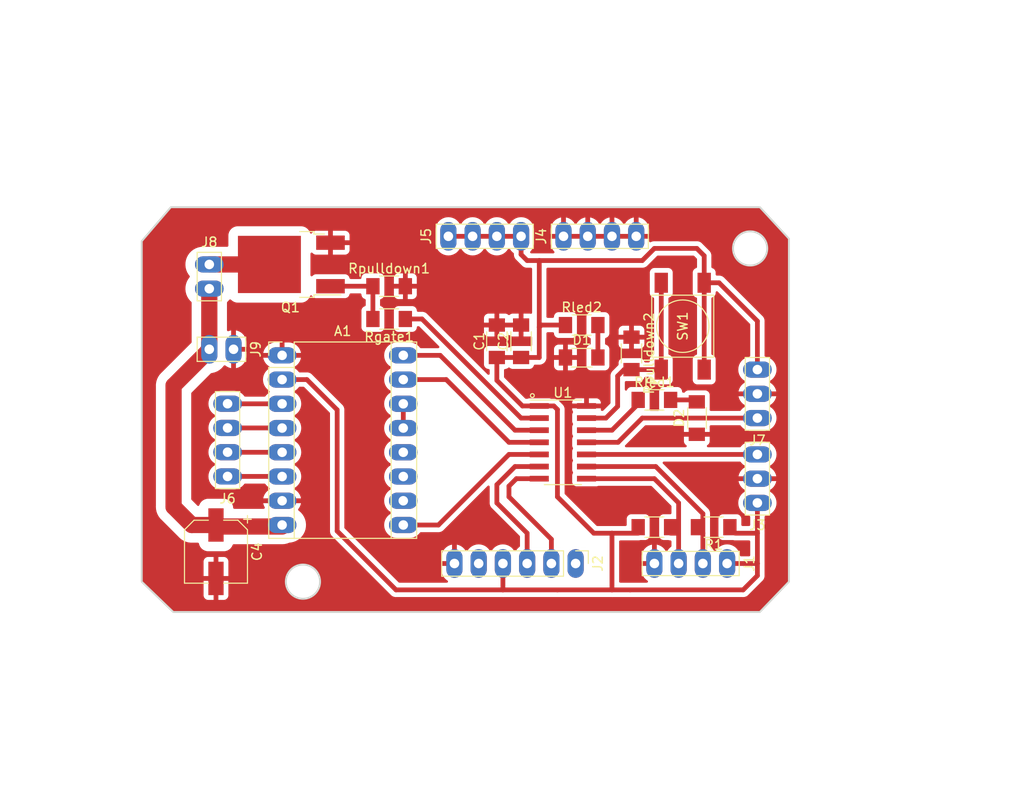
<source format=kicad_pcb>
(kicad_pcb (version 20221018) (generator pcbnew)

  (general
    (thickness 1.6)
  )

  (paper "A4")
  (layers
    (0 "F.Cu" signal)
    (31 "B.Cu" signal)
    (32 "B.Adhes" user "B.Adhesive")
    (33 "F.Adhes" user "F.Adhesive")
    (34 "B.Paste" user)
    (35 "F.Paste" user)
    (36 "B.SilkS" user "B.Silkscreen")
    (37 "F.SilkS" user "F.Silkscreen")
    (38 "B.Mask" user)
    (39 "F.Mask" user)
    (40 "Dwgs.User" user "User.Drawings")
    (41 "Cmts.User" user "User.Comments")
    (42 "Eco1.User" user "User.Eco1")
    (43 "Eco2.User" user "User.Eco2")
    (44 "Edge.Cuts" user)
    (45 "Margin" user)
    (46 "B.CrtYd" user "B.Courtyard")
    (47 "F.CrtYd" user "F.Courtyard")
    (48 "B.Fab" user)
    (49 "F.Fab" user)
    (50 "User.1" user)
    (51 "User.2" user)
    (52 "User.3" user)
    (53 "User.4" user)
    (54 "User.5" user)
    (55 "User.6" user)
    (56 "User.7" user)
    (57 "User.8" user)
    (58 "User.9" user)
  )

  (setup
    (pad_to_mask_clearance 0)
    (pcbplotparams
      (layerselection 0x0001000_7fffffff)
      (plot_on_all_layers_selection 0x0000000_00000000)
      (disableapertmacros false)
      (usegerberextensions false)
      (usegerberattributes true)
      (usegerberadvancedattributes true)
      (creategerberjobfile true)
      (dashed_line_dash_ratio 12.000000)
      (dashed_line_gap_ratio 3.000000)
      (svgprecision 4)
      (plotframeref false)
      (viasonmask false)
      (mode 1)
      (useauxorigin false)
      (hpglpennumber 1)
      (hpglpenspeed 20)
      (hpglpendiameter 15.000000)
      (dxfpolygonmode true)
      (dxfimperialunits true)
      (dxfusepcbnewfont true)
      (psnegative false)
      (psa4output false)
      (plotreference true)
      (plotvalue true)
      (plotinvisibletext false)
      (sketchpadsonfab false)
      (subtractmaskfromsilk false)
      (outputformat 1)
      (mirror false)
      (drillshape 0)
      (scaleselection 1)
      (outputdirectory "../")
    )
  )

  (net 0 "")
  (net 1 "GND")
  (net 2 "VCC")
  (net 3 "Net-(A1-1B)")
  (net 4 "Net-(A1-1A)")
  (net 5 "Net-(A1-2A)")
  (net 6 "Net-(A1-2B)")
  (net 7 "+24V")
  (net 8 "MotorEnable")
  (net 9 "unconnected-(A1-MS1-Pad10)")
  (net 10 "unconnected-(A1-MS2-Pad11)")
  (net 11 "unconnected-(A1-MS3-Pad12)")
  (net 12 "Net-(A1-~{RESET})")
  (net 13 "STEP")
  (net 14 "DIR")
  (net 15 "Net-(D1-A)")
  (net 16 "Net-(D2-A)")
  (net 17 "UPDI")
  (net 18 "SCL")
  (net 19 "SDA")
  (net 20 "Tx")
  (net 21 "Rx")
  (net 22 "Net-(Q1-G)")
  (net 23 "LEDstrip")
  (net 24 "LEDbuiltin")
  (net 25 "Button")
  (net 26 "Hallsensor")
  (net 27 "unconnected-(J2-Pin_1-Pad1)")
  (net 28 "unconnected-(J2-Pin_5-Pad5)")
  (net 29 "drainMosfet")

  (footprint "fab:R_1206" (layer "F.Cu") (at 157.977193 118.112778 180))

  (footprint "fab:TO-252" (layer "F.Cu") (at 113.62 90.58 180))

  (footprint "fab:R_1206" (layer "F.Cu") (at 149.365 99.9 -90))

  (footprint "fab:PinHeader_1x04_P2.54mm_Vertical_THT_D1.0mm_FW" (layer "F.Cu") (at 159.385 121.92 -90))

  (footprint "fab:Pololu_Breakout-16_15.2x20.3mm_FW" (layer "F.Cu") (at 112.75 100.105))

  (footprint "fab:C_SMT_100uF_25V" (layer "F.Cu") (at 105.82 120.685 -90))

  (footprint "fab:Button_CUIDevices_TS04-66-43-BK-260-SMT_6.0x6.0mm" (layer "F.Cu") (at 154.735 97.05 90))

  (footprint "fab:PinHeader_1x02_P2.54mm_Vertical_THT_D1.0mm_FW" (layer "F.Cu") (at 105.12 90.58))

  (footprint "fab:PinHeader_1x04_P2.54mm_Vertical_THT_D1.0mm_FW" (layer "F.Cu") (at 142.24 87.63 90))

  (footprint "fab:PinHeader_1x04_P2.54mm_Vertical_THT_D1.0mm_FW" (layer "F.Cu") (at 107.035 112.795 180))

  (footprint "fab:C_1206" (layer "F.Cu") (at 137.795 98.63 90))

  (footprint "fab:R_1206" (layer "F.Cu") (at 151.765 118.11 180))

  (footprint "fab:R_1206" (layer "F.Cu") (at 151.765 104.775))

  (footprint "fab:SOIC-14_3.9x8.7mm_P1.27mm" (layer "F.Cu") (at 142.175 109.22))

  (footprint "fab:PinHeader_1x02_P2.54mm_Vertical_THT_D1.0mm_FW" (layer "F.Cu") (at 107.66 99.47 -90))

  (footprint "fab:PinHeader_1x06_P2.54mm_Vertical_THT_D1mm_FW" (layer "F.Cu") (at 143.51 121.92 -90))

  (footprint "fab:C_1206" (layer "F.Cu") (at 135.255 98.63 90))

  (footprint "fab:PinHeader_1x04_P2.54mm_Vertical_THT_D1.0mm_FW" (layer "F.Cu") (at 130.175 87.63 90))

  (footprint "fab:LED_1206" (layer "F.Cu") (at 144.145 100.33))

  (footprint "fab:R_1206" (layer "F.Cu") (at 123.965 96.295 180))

  (footprint "fab:LED_1206" (layer "F.Cu") (at 156.21 106.68 90))

  (footprint "fab:R_1206" (layer "F.Cu") (at 123.965 92.86))

  (footprint "fab:R_1206" (layer "F.Cu") (at 144.145 96.93))

  (footprint "fab:PinHeader_1x03_P2.54mm_Vertical_THT_D1.0mm_FW" (layer "F.Cu") (at 162.56 115.57 180))

  (footprint "fab:PinHeader_1x03_P2.54mm_Vertical_THT_D1.0mm_FW" (layer "F.Cu") (at 162.56 106.68 180))

  (gr_poly
    (pts
      (xy 101.346 127)
      (xy 98.044 123.825)
      (xy 98.044 88.138)
      (xy 101.092 84.582)
      (xy 162.814 84.582)
      (xy 165.862 87.884)
      (xy 165.862 123.825)
      (xy 162.814 127)
    )

    (stroke (width 0.2) (type solid)) (fill none) (layer "Edge.Cuts") (tstamp 695ac8e0-1c6a-4555-b5ac-12332c88e4ad))
  (gr_circle (center 114.935 123.825) (end 116.731051 123.825)
    (stroke (width 0.2) (type default)) (fill none) (layer "Edge.Cuts") (tstamp 73b8069c-df3f-4c03-8b11-974bf9ce3006))
  (gr_circle (center 161.798 88.9) (end 163.594051 88.9)
    (stroke (width 0.2) (type default)) (fill none) (layer "Edge.Cuts") (tstamp a36dd70d-d17c-41ab-8961-518afc23e71c))

  (segment (start 162.56 96.52) (end 162.56 101.6) (width 0.5) (layer "F.Cu") (net 2) (tstamp 030929db-ae9d-4e06-b1f8-4168e1fae47c))
  (segment (start 145.415 118.745) (end 141.605 114.935) (width 0.5) (layer "F.Cu") (net 2) (tstamp 0f554fdb-f63a-4a81-b03c-6ad4bf8376f7))
  (segment (start 158.54 92.5) (end 162.56 96.52) (width 0.5) (layer "F.Cu") (net 2) (tstamp 1355f618-6e44-4028-b088-c963654c87aa))
  (segment (start 112.75 102.645) (end 115.345 102.645) (width 0.5) (layer "F.Cu") (net 2) (tstamp 15168f5f-1709-4d1e-aaa7-03f927aa1422))
  (segment (start 135.255 102.725786) (end 135.255 100.33) (width 0.5) (layer "F.Cu") (net 2) (tstamp 16f88401-4dfc-4670-b370-634c62858038))
  (segment (start 135.255 100.33) (end 137.795 100.33) (width 0.5) (layer "F.Cu") (net 2) (tstamp 1fe0b1f8-a120-4967-87d2-1c08196142ad))
  (segment (start 142.445 96.93) (end 139.925 96.93) (width 0.5) (layer "F.Cu") (net 2) (tstamp 23ae7b26-5754-4f2a-8e7f-13d021d98878))
  (segment (start 115.345 102.645) (end 118.52 105.82) (width 0.5) (layer "F.Cu") (net 2) (tstamp 24a96134-f2bc-4560-84d5-2310beb31368))
  (segment (start 139.925 96.93) (end 139.7 97.155) (width 0.5) (layer "F.Cu") (net 2) (tstamp 32e3b4d9-f2d9-4f07-9d22-5fd714bd23c9))
  (segment (start 161.065 124.685) (end 162.56 123.19) (width 0.5) (layer "F.Cu") (net 2) (tstamp 41add9c2-e7d3-45af-a928-075a3d01c1a6))
  (segment (start 139.7 90.17) (end 139.7 97.155) (width 0.5) (layer "F.Cu") (net 2) (tstamp 4323a9fc-b521-4a44-ae45-09f0c33061d6))
  (segment (start 135.89 124.685) (end 141.605 124.685) (width 0.5) (layer "F.Cu") (net 2) (tstamp 46699e99-7264-4103-841a-9e7684755731))
  (segment (start 124.685 124.685) (end 135.89 124.685) (width 0.5) (layer "F.Cu") (net 2) (tstamp 4bf43dc4-e182-4f73-b5bf-221383ed0452))
  (segment (start 150.495 90.17) (end 151.765 88.9) (width 0.5) (layer "F.Cu") (net 2) (tstamp 5594c033-b2f2-4e07-8944-78e3d4794129))
  (segment (start 137.939214 105.41) (end 135.255 102.725786) (width 0.5) (layer "F.Cu") (net 2) (tstamp 58d9009c-3d4e-4dc2-8132-8d4b7a603f19))
  (segment (start 150.065 118.745) (end 147.32 118.745) (width 0.5) (layer "F.Cu") (net 2) (tstamp 58f8cd1c-8bb1-4571-b9f2-970b174aefc5))
  (segment (start 147.32 124.685) (end 149.225 124.685) (width 0.5) (layer "F.Cu") (net 2) (tstamp 5e97c43d-98a2-4d46-9d1f-b365f65ca82f))
  (segment (start 162.56 123.19) (end 162.56 121.92) (width 0.5) (layer "F.Cu") (net 2) (tstamp 660634af-9b4a-4d32-8510-89e3e4763dbb))
  (segment (start 141.605 105.785) (end 141.605 114.935) (width 0.5) (layer "F.Cu") (net 2) (tstamp 679b3a41-8324-4dbb-8ab3-67fdd657bb9b))
  (segment (start 141.23 105.41) (end 141.605 105.785) (width 0.5) (layer "F.Cu") (net 2) (tstamp 69e45c5d-eb1a-408a-be05-dbd4c8163e00))
  (segment (start 138.43 90.17) (end 137.795 89.535) (width 0.5) (layer "F.Cu") (net 2) (tstamp 6cd09048-44d2-45a2-b54a-18497fcd4b57))
  (segment (start 162.56 121.92) (end 162.56 118.745) (width 0.5) (layer "F.Cu") (net 2) (tstamp 811160e3-c667-49c4-bcd6-756f3197a856))
  (segment (start 139.7 90.17) (end 138.43 90.17) (width 0.5) (layer "F.Cu") (net 2) (tstamp 82d451b5-018b-430a-8eb9-7071d28ec480))
  (segment (start 118.52 105.82) (end 118.52 118.52) (width 0.5) (layer "F.Cu") (net 2) (tstamp 840411b1-1773-442b-b02f-1fa21c37d1b1))
  (segment (start 139.7 105.41) (end 137.939214 105.41) (width 0.5) (layer "F.Cu") (net 2) (tstamp 86662469-0525-44cd-91c9-e2a806334549))
  (segment (start 156.985 92.5) (end 158.54 92.5) (width 0.5) (layer "F.Cu") (net 2) (tstamp 879dc29c-9746-4d28-9469-7b604813fe4a))
  (segment (start 139.7 100.33) (end 137.795 100.33) (width 0.5) (layer "F.Cu") (net 2) (tstamp 8b765a45-698c-4f61-bed9-12af14c827ce))
  (segment (start 137.795 89.535) (end 137.795 87.63) (width 0.5) (layer "F.Cu") (net 2) (tstamp 93010570-278a-4e6f-a8f9-2eaa17219655))
  (segment (start 156.21 88.9) (end 156.985 89.675) (width 0.5) (layer "F.Cu") (net 2) (tstamp a67ec619-16ee-4f46-9799-bf122ceed52f))
  (segment (start 162.56 115.57) (end 162.56 118.745) (width 0.5) (layer "F.Cu") (net 2) (tstamp a7ab5cdb-3b9b-441c-bbf8-fb6a444477e0))
  (segment (start 156.985 101.6) (end 156.985 92.5) (width 0.5) (layer "F.Cu") (net 2) (tstamp a9a44ccc-6ff8-4585-8bce-4aa9a9b57343))
  (segment (start 149.225 124.685) (end 161.065 124.685) (width 0.5) (layer "F.Cu") (net 2) (tstamp afe7c139-ab39-435a-9ed8-18efb0d184d0))
  (segment (start 156.985 89.675) (end 156.985 92.5) (width 0.5) (layer "F.Cu") (net 2) (tstamp b2af3500-ac06-473f-b179-f2a8c1f71fdd))
  (segment (start 139.7 100.33) (end 139.7 97.155) (width 0.5) (layer "F.Cu") (net 2) (tstamp b68eba1e-139f-4a64-8d32-3c6f5cc81e0f))
  (segment (start 159.385 121.92) (end 162.56 121.92) (width 0.5) (layer "F.Cu") (net 2) (tstamp bcf28dc9-bbfb-44a4-bf48-024953112b33))
  (segment (start 137.795 87.63) (end 130.175 87.63) (width 0.5) (layer "F.Cu") (net 2) (tstamp bdf0b1c6-f080-4099-9374-ff2e6ba134e6))
  (segment (start 135.89 121.92) (end 135.89 124.685) (width 0.5) (layer "F.Cu") (net 2) (tstamp c247b66c-c477-4b98-a56c-70bb89f735b3))
  (segment (start 141.605 124.685) (end 147.32 124.685) (width 0.5) (layer "F.Cu") (net 2) (tstamp c45343f0-1af1-47cf-86d9-77eb77ce05e7))
  (segment (start 160.245 118.745) (end 162.56 118.745) (width 0.5) (layer "F.Cu") (net 2) (tstamp dc29f813-4656-400c-b474-02b57dc8ff01))
  (segment (start 139.7 105.41) (end 141.23 105.41) (width 0.5) (layer "F.Cu") (net 2) (tstamp e59558d4-d768-46a2-80e4-99d91938efc7))
  (segment (start 147.32 118.745) (end 147.32 124.685) (width 0.5) (layer "F.Cu") (net 2) (tstamp ee32f862-6e40-4676-91de-f7cf5afaeef8))
  (segment (start 151.765 88.9) (end 156.21 88.9) (width 0.5) (layer "F.Cu") (net 2) (tstamp f2f61421-6618-4ef8-ad55-3be49e70e048))
  (segment (start 139.7 90.17) (end 150.495 90.17) (width 0.5) (layer "F.Cu") (net 2) (tstamp fa154bf5-1f35-440b-8675-f1492c857cc8))
  (segment (start 147.32 118.745) (end 145.415 118.745) (width 0.5) (layer "F.Cu") (net 2) (tstamp fa95e070-92b9-463d-8c7a-03dc42b7d021))
  (segment (start 118.52 118.52) (end 124.685 124.685) (width 0.5) (layer "F.Cu") (net 2) (tstamp fefd1683-ea1e-42c7-8dc3-a85d38a07d43))
  (segment (start 107.045 105.185) (end 107.035 105.175) (width 0.5) (layer "F.Cu") (net 3) (tstamp 3429e37f-0f20-4481-94e8-2a85dfd2b6e6))
  (segment (start 112.75 105.185) (end 107.045 105.185) (width 0.5) (layer "F.Cu") (net 3) (tstamp 4b2de7c2-b32d-4f81-bd01-c3d2df63e302))
  (segment (start 107.035 107.715) (end 112.74 107.715) (width 0.5) (layer "F.Cu") (net 4) (tstamp 81247699-ce45-48bc-a505-116433b8ca97))
  (segment (start 112.74 107.715) (end 112.75 107.725) (width 0.5) (layer "F.Cu") (net 4) (tstamp 9d98a483-d89d-4e61-822f-13d1cc117283))
  (segment (start 107.045 110.265) (end 107.035 110.255) (width 0.5) (layer "F.Cu") (net 5) (tstamp 7d195209-f3e2-4db0-a95f-1dee56a8867d))
  (segment (start 112.75 110.265) (end 107.045 110.265) (width 0.5) (layer "F.Cu") (net 5) (tstamp e6797069-6be5-4c98-a5c6-9ee0157ec24c))
  (segment (start 112.74 112.795) (end 112.75 112.805) (width 0.5) (layer "F.Cu") (net 6) (tstamp 99ae8118-6142-4ade-8ff4-0ab4c75f3539))
  (segment (start 107.035 112.795) (end 112.74 112.795) (width 0.5) (layer "F.Cu") (net 6) (tstamp e2bb1753-a655-4223-9a58-07082110bec9))
  (segment (start 101.375 103.28) (end 104.96 99.695) (width 1.7) (layer "F.Cu") (net 7) (tstamp 0bed3ee7-77f9-4077-8b4b-313f6a34885e))
  (segment (start 104.96 99.695) (end 104.96 99.63) (width 1.7) (layer "F.Cu") (net 7) (tstamp 33d073c7-d5a9-4e3d-8001-8d6cfd6a910b))
  (segment (start 103.28 117.885) (end 101.375 115.98) (width 1.7) (layer "F.Cu") (net 7) (tstamp 342d541a-8f6f-444f-aef0-e9d8c2c0a42a))
  (segment (start 105.82 117.885) (end 105.98 118.045) (width 1.7) (layer "F.Cu") (net 7) (tstamp 3e5b9041-7943-4558-a588-1f3c720f3746))
  (segment (start 105.82 117.885) (end 103.28 117.885) (width 1.7) (layer "F.Cu") (net 7) (tstamp 6c0e1b7d-1eac-4ee7-8bf9-4e107eaed9eb))
  (segment (start 105.98 118.045) (end 112.75 118.045) (width 1.7) (layer "F.Cu") (net 7) (tstamp a709d745-758a-4887-a18e-83df89b1bb41))
  (segment (start 101.375 115.98) (end 101.375 103.28) (width 1.7) (layer "F.Cu") (net 7) (tstamp b93ce54f-da2a-4ad6-99f7-87ed56d816ba))
  (segment (start 105.12 93.12) (end 105.12 99.47) (width 1.7) (layer "F.Cu") (net 7) (tstamp d3fde01d-e58a-481f-8ca0-be7e2ebc1938))
  (segment (start 136.525 110.49) (end 139.7 110.49) (width 0.5) (layer "F.Cu") (net 8) (tstamp 22d1fce9-2717-4eee-adad-9e99a26c6abb))
  (segment (start 129.13 117.885) (end 136.525 110.49) (width 0.5) (layer "F.Cu") (net 8) (tstamp c2b8af50-c43f-4255-baf2-c91b652efe19))
  (segment (start 125.45 117.885) (end 129.13 117.885) (width 0.5) (layer "F.Cu") (net 8) (tstamp e56d08bd-bf9b-4bc4-97d7-ddceecf6b3ae))
  (segment (start 125.45 105.185) (end 125.45 107.725) (width 0.5) (layer "F.Cu") (net 12) (tstamp 09e5fc8d-6f76-4ce2-8ae9-a6eeb5589e0e))
  (segment (start 136.525 109.22) (end 129.95 102.645) (width 0.5) (layer "F.Cu") (net 13) (tstamp 6ae08302-0da0-4ac6-a514-4f61dbcac182))
  (segment (start 139.7 109.22) (end 136.525 109.22) (width 0.5) (layer "F.Cu") (net 13) (tstamp e66ce894-2889-496a-afc2-e5e4758185b1))
  (segment (start 129.95 102.645) (end 125.45 102.645) (width 0.5) (layer "F.Cu") (net 13) (tstamp f1a09301-ed33-4858-88fa-3cd6adb2e432))
  (segment (start 129.315 100.105) (end 125.45 100.105) (width 0.5) (layer "F.Cu") (net 14) (tstamp 29dafd01-ab48-495a-8c4c-d3ea085e59e7))
  (segment (start 137.16 107.95) (end 129.315 100.105) (width 0.5) (layer "F.Cu") (net 14) (tstamp 91f0439e-bbaa-425c-bfa2-9d4678d3de08))
  (segment (start 139.7 107.95) (end 137.16 107.95) (width 0.5) (layer "F.Cu") (net 14) (tstamp d6625ea9-f310-401a-9268-564224443048))
  (segment (start 145.845 96.93) (end 145.845 100.33) (width 0.5) (layer "F.Cu") (net 15) (tstamp 3e8e80c7-816b-458d-a597-74aa2ce55b94))
  (segment (start 155.575 104.775) (end 153.465 104.775) (width 0.5) (layer "F.Cu") (net 16) (tstamp df87fcd4-9d08-42f5-aab2-b0406712149d))
  (segment (start 144.65 110.49) (end 162.56 110.49) (width 0.5) (layer "F.Cu") (net 17) (tstamp daa9b241-fa87-4c99-99cd-0b9080ac1f4b))
  (segment (start 151.909214 111.76) (end 156.845 116.695786) (width 0.5) (layer "F.Cu") (net 18) (tstamp 03678516-cd24-4568-881b-a640831e5661))
  (segment (start 156.845 118.745) (end 156.845 121.92) (width 0.5) (layer "F.Cu") (net 18) (tstamp 0f72a627-2c89-41a2-886b-4fd3656db447))
  (segment (start 144.65 111.76) (end 151.909214 111.76) (width 0.5) (layer "F.Cu") (net 18) (tstamp c061fef5-dc17-4a1a-ba62-63cfae45a9e1))
  (segment (start 156.845 116.695786) (end 156.845 118.745) (width 0.5) (layer "F.Cu") (net 18) (tstamp c4dad21e-150d-4b7f-9ccd-a920d1afef1f))
  (segment (start 154.305 118.745) (end 154.305 121.92) (width 0.5) (layer "F.Cu") (net 19) (tstamp 22c1bab7-5a21-4cd2-a794-d446b638b12e))
  (segment (start 144.65 113.03) (end 151.765 113.03) (width 0.5) (layer "F.Cu") (net 19) (tstamp 983be337-4024-4871-b38c-bfe7a1af767d))
  (segment (start 154.305 115.57) (end 151.765 113.03) (width 0.5) (layer "F.Cu") (net 19) (tstamp b4615c5c-de2c-4dce-a5be-222537573df6))
  (segment (start 153.465 118.745) (end 154.305 118.745) (width 0.5) (layer "F.Cu") (net 19) (tstamp c3e53de3-089f-4a23-9a1d-a12d9e61017d))
  (segment (start 154.305 115.57) (end 154.305 118.745) (width 0.5) (layer "F.Cu") (net 19) (tstamp ef40dd53-0b8e-47e0-bfaa-fbb12a8379ef))
  (segment (start 137.304214 113.03) (end 136.525 113.809214) (width 0.5) (layer "F.Cu") (net 20) (tstamp 46b59122-c2bb-4dec-8da4-973d058f2573))
  (segment (start 136.525 114.935) (end 140.97 119.38) (width 0.5) (layer "F.Cu") (net 20) (tstamp 7114b67f-f8b7-49bd-b5c4-305cd04ddbef))
  (segment (start 140.97 119.38) (end 140.97 121.92) (width 0.5) (layer "F.Cu") (net 20) (tstamp 86f51489-e1bc-466b-b5d2-3c3a5cb79cda))
  (segment (start 139.7 113.03) (end 137.304214 113.03) (width 0.5) (layer "F.Cu") (net 20) (tstamp 900ea7ec-a74e-46fa-a342-1ea6b9b9800c))
  (segment (start 136.525 113.809214) (end 136.525 114.935) (width 0.5) (layer "F.Cu") (net 20) (tstamp c745b544-7c58-44e9-9793-2ad5ccca503d))
  (segment (start 137.16 111.76) (end 135.255 113.665) (width 0.5) (layer "F.Cu") (net 21) (tstamp 11cf5ed6-872e-4394-9998-583cee8ec19d))
  (segment (start 139.7 111.76) (end 137.16 111.76) (width 0.5) (layer "F.Cu") (net 21) (tstamp 8a75f602-aee6-4322-9592-ff8e37f8afbb))
  (segment (start 135.255 115.57) (end 138.43 118.745) (width 0.5) (layer "F.Cu") (net 21) (tstamp bfcf4259-942c-42a0-901f-74966b65d4f4))
  (segment (start 135.255 113.665) (end 135.255 115.57) (width 0.5) (layer "F.Cu") (net 21) (tstamp c163c9cd-55f7-4517-8bc7-5981a04fe182))
  (segment (start 138.43 118.745) (end 138.43 121.92) (width 0.5) (layer "F.Cu") (net 21) (tstamp f08b59b7-5c9d-47c1-9010-8aa4875d1c85))
  (segment (start 117.82 92.86) (end 122.265 92.86) (width 0.5) (layer "F.Cu") (net 22) (tstamp a7b0e6a7-d466-42c0-b169-60b708d5ea00))
  (segment (start 122.265 96.295) (end 122.265 92.86) (width 0.5) (layer "F.Cu") (net 22) (tstamp eacbd87b-a6ee-466e-8249-bb79950c065e))
  (segment (start 137.795 106.68) (end 127.41 96.295) (width 0.5) (layer "F.Cu") (net 23) (tstamp 47969512-a4ac-4543-a19f-1878ce321cc6))
  (segment (start 125.665 96.295) (end 127.41 96.295) (width 0.5) (layer "F.Cu") (net 23) (tstamp 6b97e035-0182-4692-bd59-71e4d781cbf3))
  (segment (start 139.7 106.68) (end 137.795 106.68) (width 0.5) (layer "F.Cu") (net 23) (tstamp cd2de6f1-edb6-436a-bf05-ab7301e43c6e))
  (segment (start 144.65 107.95) (end 147.32 107.95) (width 0.5) (layer "F.Cu") (net 24) (tstamp 70e3b8a6-0ff0-4b62-afad-4cf5d59ceeb2))
  (segment (start 147.32 107.95) (end 150.065 105.205) (width 0.5) (layer "F.Cu") (net 24) (tstamp 82fbddc2-941c-49c4-adbf-5d4a894382dd))
  (segment (start 150.065 105.205) (end 150.065 104.775) (width 0.5) (layer "F.Cu") (net 24) (tstamp 8bb0db08-17db-4ab1-b165-9a0f748c2b8b))
  (segment (start 146.685 106.68) (end 147.915 105.45) (width 0.5) (layer "F.Cu") (net 25) (tstamp 1f2d520a-c9bd-4a2b-9cd1-49364e30d5c9))
  (segment (start 147.915 105.45) (end 147.915 102.275) (width 0.5) (layer "F.Cu") (net 25) (tstamp 3c41e248-8e7a-4195-8031-2d31d9175cd6))
  (segment (start 148.59 101.6) (end 149.365 101.6) (width 0.5) (layer "F.Cu") (net 25) (tstamp 43feb1a4-2f3b-4b1b-8649-42f3be70429e))
  (segment (start 149.365 101.6) (end 152.485 101.6) (width 0.5) (layer "F.Cu") (net 25) (tstamp 7e71e2c4-3727-4a76-8554-fc1c3327212e))
  (segment (start 152.485 101.6) (end 152.485 92.5) (width 0.5) (layer "F.Cu") (net 25) (tstamp 8f557879-f52a-4f32-a806-e7f62d5b9e3b))
  (segment (start 147.915 102.275) (end 148.59 101.6) (width 0.5) (layer "F.Cu") (net 25) (tstamp e5b17d5f-8a8e-4596-bca0-8b1dc2ed7b24))
  (segment (start 144.65 106.68) (end 146.685 106.68) (width 0.5) (layer "F.Cu") (net 25) (tstamp fa7ce645-4d78-480e-a099-cf2cad8c2e2a))
  (segment (start 150.495 106.68) (end 162.56 106.68) (width 0.5) (layer "F.Cu") (net 26) (tstamp 6a84825e-8b7d-42a6-bda2-2e28f336f5e6))
  (segment (start 144.65 109.22) (end 147.955 109.22) (width 0.5) (layer "F.Cu") (net 26) (tstamp c8ece133-066a-4c9f-82d2-8b968f44fdb0))
  (segment (start 147.955 109.22) (end 150.495 106.68) (width 0.5) (layer "F.Cu") (net 26) (tstamp f2156fb6-8358-47ed-8625-5a02a80c0d77))
  (segment (start 105.12 90.58) (end 111.42 90.58) (width 1.7) (layer "F.Cu") (net 29) (tstamp 234de317-cf0a-4397-9237-7cbda5ebe745))

  (zone (net 1) (net_name "GND") (layer "F.Cu") (tstamp 221873aa-9890-4176-b176-1c87eef27a44) (hatch edge 0.5)
    (connect_pads (clearance 0.5))
    (min_thickness 0.25) (filled_areas_thickness no)
    (fill yes (thermal_gap 0.5) (thermal_bridge_width 0.5))
    (polygon
      (pts
        (xy 83.185 146.05)
        (xy 190.5 146.05)
        (xy 190.5 62.865)
        (xy 83.185 62.865)
      )
    )
    (filled_polygon
      (layer "F.Cu")
      (pts
        (xy 155.914809 89.670185)
        (xy 155.935451 89.686819)
        (xy 156.198181 89.949548)
        (xy 156.231666 90.010871)
        (xy 156.2345 90.037229)
        (xy 156.2345 90.84856)
        (xy 156.214815 90.915599)
        (xy 156.162011 90.961354)
        (xy 156.153833 90.964742)
        (xy 156.042671 91.006202)
        (xy 156.042664 91.006206)
        (xy 155.927455 91.092452)
        (xy 155.927452 91.092455)
        (xy 155.841206 91.207664)
        (xy 155.841202 91.207671)
        (xy 155.790908 91.342517)
        (xy 155.784501 91.402116)
        (xy 155.784501 91.402123)
        (xy 155.7845 91.402135)
        (xy 155.7845 93.59787)
        (xy 155.784501 93.597876)
        (xy 155.790908 93.657483)
        (xy 155.841202 93.792328)
        (xy 155.841206 93.792335)
        (xy 155.927452 93.907544)
        (xy 155.927455 93.907547)
        (xy 156.042664 93.993793)
        (xy 156.042673 93.993798)
        (xy 156.153832 94.035257)
        (xy 156.209766 94.077127)
        (xy 156.234184 94.142592)
        (xy 156.2345 94.151439)
        (xy 156.2345 99.94856)
        (xy 156.214815 100.015599)
        (xy 156.162011 100.061354)
        (xy 156.153833 100.064742)
        (xy 156.042671 100.106202)
        (xy 156.042664 100.106206)
        (xy 155.927455 100.192452)
        (xy 155.927452 100.192455)
        (xy 155.841206 100.307664)
        (xy 155.841202 100.307671)
        (xy 155.790908 100.442517)
        (xy 155.784501 100.502116)
        (xy 155.784501 100.502123)
        (xy 155.7845 100.502135)
        (xy 155.7845 102.69787)
        (xy 155.784501 102.697876)
        (xy 155.790908 102.757483)
        (xy 155.841202 102.892328)
        (xy 155.841206 102.892335)
        (xy 155.927452 103.007544)
        (xy 155.927455 103.007547)
        (xy 156.042664 103.093793)
        (xy 156.042671 103.093797)
        (xy 156.177517 103.144091)
        (xy 156.177516 103.144091)
        (xy 156.181888 103.144561)
        (xy 156.237127 103.1505)
        (xy 157.732872 103.150499)
        (xy 157.792483 103.144091)
        (xy 157.927331 103.093796)
        (xy 158.042546 103.007546)
        (xy 158.128796 102.892331)
        (xy 158.179091 102.757483)
        (xy 158.1855 102.697873)
        (xy 158.185499 100.502128)
        (xy 158.179091 100.442517)
        (xy 158.177848 100.439185)
        (xy 158.128797 100.307671)
        (xy 158.128793 100.307664)
        (xy 158.042547 100.192455)
        (xy 158.042544 100.192452)
        (xy 157.927335 100.106206)
        (xy 157.927329 100.106203)
        (xy 157.816166 100.064741)
        (xy 157.760233 100.022869)
        (xy 157.735816 99.957405)
        (xy 157.7355 99.948559)
        (xy 157.7355 94.151439)
        (xy 157.755185 94.0844)
        (xy 157.807989 94.038645)
        (xy 157.816168 94.035257)
        (xy 157.927326 93.993798)
        (xy 157.927326 93.993797)
        (xy 157.927331 93.993796)
        (xy 158.042546 93.907546)
        (xy 158.128796 93.792331)
        (xy 158.179091 93.657483)
        (xy 158.1855 93.597873)
        (xy 158.1855 93.506229)
        (xy 158.205185 93.43919)
        (xy 158.257989 93.393435)
        (xy 158.327147 93.383491)
        (xy 158.390703 93.412516)
        (xy 158.397167 93.418535)
        (xy 160.066085 95.087452)
        (xy 161.773181 96.794548)
        (xy 161.806666 96.855871)
        (xy 161.8095 96.882229)
        (xy 161.8095 100.139509)
        (xy 161.789815 100.206548)
        (xy 161.737011 100.252303)
        (xy 161.696309 100.263036)
        (xy 161.692337 100.263384)
        (xy 161.674595 100.264936)
        (xy 161.674586 100.264938)
        (xy 161.446344 100.326094)
        (xy 161.446335 100.326098)
        (xy 161.232171 100.425964)
        (xy 161.232169 100.425965)
        (xy 161.038597 100.561505)
        (xy 160.871506 100.728597)
        (xy 160.871501 100.728604)
        (xy 160.735967 100.922165)
        (xy 160.735965 100.922169)
        (xy 160.636098 101.136335)
        (xy 160.636094 101.136344)
        (xy 160.574938 101.364586)
        (xy 160.574936 101.364596)
        (xy 160.554341 101.599999)
        (xy 160.554341 101.6)
        (xy 160.574936 101.835403)
        (xy 160.574938 101.835413)
        (xy 160.636094 102.063655)
        (xy 160.636096 102.063659)
        (xy 160.636097 102.063663)
        (xy 160.665385 102.12647)
        (xy 160.735964 102.277828)
        (xy 160.735965 102.27783)
        (xy 160.871505 102.471402)
        (xy 161.038597 102.638494)
        (xy 161.224594 102.76873)
        (xy 161.268219 102.823307)
        (xy 161.275413 102.892805)
        (xy 161.24389 102.95516)
        (xy 161.224595 102.97188)
        (xy 161.038922 103.10189)
        (xy 161.03892 103.101891)
        (xy 160.871894 103.268917)
        (xy 160.736399 103.462421)
        (xy 160.63657 103.676507)
        (xy 160.636567 103.676513)
        (xy 160.579364 103.889999)
        (xy 160.579364 103.89)
        (xy 162.126314 103.89)
        (xy 162.100507 103.930156)
        (xy 162.06 104.068111)
        (xy 162.06 104.211889)
        (xy 162.100507 104.349844)
        (xy 162.126314 104.39)
        (xy 160.579364 104.39)
        (xy 160.636567 104.603486)
        (xy 160.63657 104.603492)
        (xy 160.736399 104.817577)
        (xy 160.7364 104.817579)
        (xy 160.871886 105.011073)
        (xy 160.871891 105.011079)
        (xy 161.03892 105.178108)
        (xy 161.038926 105.178113)
        (xy 161.224594 105.308119)
        (xy 161.268219 105.362696)
        (xy 161.275413 105.432194)
        (xy 161.24389 105.494549)
        (xy 161.224595 105.511269)
        (xy 161.038594 105.641508)
        (xy 160.871505 105.808598)
        (xy 160.823873 105.876624)
        (xy 160.769296 105.920249)
        (xy 160.722299 105.9295)
        (xy 157.676868 105.9295)
        (xy 157.609829 105.909815)
        (xy 157.564074 105.857011)
        (xy 157.553579 105.792244)
        (xy 157.559057 105.741291)
        (xy 157.5605 105.727873)
        (xy 157.560499 104.232128)
        (xy 157.554091 104.172517)
        (xy 157.544389 104.146505)
        (xy 157.503797 104.037671)
        (xy 157.503793 104.037664)
        (xy 157.417547 103.922455)
        (xy 157.417544 103.922452)
        (xy 157.302335 103.836206)
        (xy 157.302328 103.836202)
        (xy 157.167482 103.785908)
        (xy 157.167483 103.785908)
        (xy 157.107883 103.779501)
        (xy 157.107881 103.7795)
        (xy 157.107873 103.7795)
        (xy 157.107864 103.7795)
        (xy 155.312129 103.7795)
        (xy 155.312123 103.779501)
        (xy 155.252516 103.785908)
        (xy 155.117671 103.836202)
        (xy 155.117664 103.836206)
        (xy 155.002457 103.922451)
        (xy 155.002449 103.922458)
        (xy 154.96326 103.97481)
        (xy 154.907326 104.016682)
        (xy 154.863993 104.0245)
        (xy 154.789499 104.0245)
        (xy 154.72246 104.004815)
        (xy 154.676705 103.952011)
        (xy 154.665499 103.9005)
        (xy 154.665499 103.877129)
        (xy 154.665498 103.877123)
        (xy 154.665497 103.877116)
        (xy 154.659091 103.817517)
        (xy 154.654286 103.804635)
        (xy 154.608797 103.682671)
        (xy 154.608793 103.682664)
        (xy 154.522547 103.567455)
        (xy 154.522544 103.567452)
        (xy 154.407335 103.481206)
        (xy 154.407328 103.481202)
        (xy 154.272482 103.430908)
        (xy 154.272483 103.430908)
        (xy 154.212883 103.424501)
        (xy 154.212881 103.4245)
        (xy 154.212873 103.4245)
        (xy 154.212864 103.4245)
        (xy 152.717129 103.4245)
        (xy 152.717123 103.424501)
        (xy 152.657516 103.430908)
        (xy 152.522671 103.481202)
        (xy 152.522664 103.481206)
        (xy 152.407455 103.567452)
        (xy 152.407452 103.567455)
        (xy 152.321206 103.682664)
        (xy 152.321202 103.682671)
        (xy 152.270908 103.817517)
        (xy 152.268498 103.839938)
        (xy 152.264501 103.877123)
        (xy 152.2645 103.877135)
        (xy 152.2645 105.67287)
        (xy 152.264501 105.672876)
        (xy 152.270909 105.732484)
        (xy 152.28198 105.762168)
        (xy 152.286964 105.831859)
        (xy 152.253478 105.893182)
        (xy 152.192155 105.926666)
        (xy 152.165798 105.9295)
        (xy 151.364202 105.9295)
        (xy 151.297163 105.909815)
        (xy 151.251408 105.857011)
        (xy 151.241464 105.787853)
        (xy 151.24802 105.762168)
        (xy 151.25909 105.732485)
        (xy 151.259091 105.732484)
        (xy 151.259091 105.732483)
        (xy 151.2655 105.672873)
        (xy 151.265499 103.877128)
        (xy 151.259091 103.817517)
        (xy 151.254286 103.804635)
        (xy 151.208797 103.682671)
        (xy 151.208793 103.682664)
        (xy 151.122547 103.567455)
        (xy 151.122544 103.567452)
        (xy 151.007335 103.481206)
        (xy 151.007328 103.481202)
        (xy 150.872482 103.430908)
        (xy 150.872483 103.430908)
        (xy 150.812883 103.424501)
        (xy 150.812881 103.4245)
        (xy 150.812873 103.4245)
        (xy 150.812864 103.4245)
        (xy 149.317129 103.4245)
        (xy 149.317123 103.424501)
        (xy 149.257516 103.430908)
        (xy 149.122671 103.481202)
        (xy 149.122664 103.481206)
        (xy 149.007455 103.567452)
        (xy 149.007452 103.567455)
        (xy 148.921206 103.682664)
        (xy 148.921202 103.682671)
        (xy 148.905682 103.724284)
        (xy 148.863811 103.780218)
        (xy 148.798346 103.804635)
        (xy 148.730073 103.789783)
        (xy 148.680668 103.740378)
        (xy 148.6655 103.680951)
        (xy 148.6655 102.924499)
        (xy 148.685185 102.85746)
        (xy 148.737989 102.811705)
        (xy 148.7895 102.800499)
        (xy 150.262871 102.800499)
        (xy 150.262872 102.800499)
        (xy 150.322483 102.794091)
        (xy 150.457331 102.743796)
        (xy 150.572546 102.657546)
        (xy 150.658796 102.542331)
        (xy 150.671288 102.508838)
        (xy 150.700258 102.431167)
        (xy 150.742129 102.375233)
        (xy 150.807593 102.350816)
        (xy 150.81644 102.3505)
        (xy 151.160501 102.3505)
        (xy 151.22754 102.370185)
        (xy 151.273295 102.422989)
        (xy 151.284501 102.4745)
        (xy 151.284501 102.697876)
        (xy 151.290908 102.757483)
        (xy 151.341202 102.892328)
        (xy 151.341206 102.892335)
        (xy 151.427452 103.007544)
        (xy 151.427455 103.007547)
        (xy 151.542664 103.093793)
        (xy 151.542671 103.093797)
        (xy 151.677517 103.144091)
        (xy 151.677516 103.144091)
        (xy 151.681888 103.144561)
        (xy 151.737127 103.1505)
        (xy 153.232872 103.150499)
        (xy 153.292483 103.144091)
        (xy 153.427331 103.093796)
        (xy 153.542546 103.007546)
        (xy 153.628796 102.892331)
        (xy 153.679091 102.757483)
        (xy 153.6855 102.697873)
        (xy 153.685499 100.502128)
        (xy 153.679091 100.442517)
        (xy 153.677848 100.439185)
        (xy 153.628797 100.307671)
        (xy 153.628793 100.307664)
        (xy 153.542547 100.192455)
        (xy 153.542544 100.192452)
        (xy 153.427335 100.106206)
        (xy 153.427329 100.106203)
        (xy 153.316166 100.064741)
        (xy 153.260233 100.022869)
        (xy 153.235816 99.957405)
        (xy 153.2355 99.948559)
        (xy 153.2355 94.151439)
        (xy 153.255185 94.0844)
        (xy 153.307989 94.038645)
        (xy 153.316168 94.035257)
        (xy 153.427326 93.993798)
        (xy 153.427326 93.993797)
        (xy 153.427331 93.993796)
        (xy 153.542546 93.907546)
        (xy 153.628796 93.792331)
        (xy 153.679091 93.657483)
        (xy 153.6855 93.597873)
        (xy 153.685499 91.402128)
        (xy 153.679091 91.342517)
        (xy 153.628796 91.207669)
        (xy 153.628795 91.207668)
        (xy 153.628793 91.207664)
        (xy 153.542547 91.092455)
        (xy 153.542544 91.092452)
        (xy 153.427335 91.006206)
        (xy 153.427328 91.006202)
        (xy 153.292482 90.955908)
        (xy 153.292483 90.955908)
        (xy 153.232883 90.949501)
        (xy 153.232881 90.9495)
        (xy 153.232873 90.9495)
        (xy 153.232864 90.9495)
        (xy 151.737129 90.9495)
        (xy 151.737123 90.949501)
        (xy 151.677516 90.955908)
        (xy 151.542671 91.006202)
        (xy 151.542664 91.006206)
        (xy 151.427455 91.092452)
        (xy 151.427452 91.092455)
        (xy 151.341206 91.207664)
        (xy 151.341202 91.207671)
        (xy 151.290908 91.342517)
        (xy 151.284501 91.402116)
        (xy 151.284501 91.402123)
        (xy 151.2845 91.402135)
        (xy 151.2845 93.59787)
        (xy 151.284501 93.597876)
        (xy 151.290908 93.657483)
        (xy 151.341202 93.792328)
        (xy 151.341206 93.792335)
        (xy 151.427452 93.907544)
        (xy 151.427455 93.907547)
        (xy 151.542664 93.993793)
        (xy 151.542673 93.993798)
        (xy 151.653832 94.035257)
        (xy 151.709766 94.077127)
        (xy 151.734184 94.142592)
        (xy 151.7345 94.151439)
        (xy 151.7345 99.94856)
        (xy 151.714815 100.015599)
        (xy 151.662011 100.061354)
        (xy 151.653833 100.064742)
        (xy 151.542671 100.106202)
        (xy 151.542664 100.106206)
        (xy 151.427455 100.192452)
        (xy 151.427452 100.192455)
        (xy 151.341206 100.307664)
        (xy 151.341202 100.307671)
        (xy 151.290908 100.442517)
        (xy 151.284501 100.502116)
        (xy 151.284501 100.502123)
        (xy 151.2845 100.502135)
        (xy 151.2845 100.7255)
        (xy 151.264815 100.792539)
        (xy 151.212011 100.838294)
        (xy 151.1605 100.8495)
        (xy 150.81644 100.8495)
        (xy 150.749401 100.829815)
        (xy 150.703646 100.777011)
        (xy 150.700258 100.768833)
        (xy 150.658797 100.657671)
        (xy 150.658793 100.657664)
        (xy 150.572547 100.542455)
        (xy 150.572544 100.542452)
        (xy 150.457335 100.456206)
        (xy 150.457328 100.456202)
        (xy 150.322482 100.405908)
        (xy 150.322483 100.405908)
        (xy 150.262883 100.399501)
        (xy 150.262881 100.3995)
        (xy 150.262873 100.3995)
        (xy 150.262864 100.3995)
        (xy 148.467129 100.3995)
        (xy 148.467123 100.399501)
        (xy 148.407516 100.405908)
        (xy 148.272671 100.456202)
        (xy 148.272664 100.456206)
        (xy 148.157455 100.542452)
        (xy 148.157452 100.542455)
        (xy 148.071206 100.657664)
        (xy 148.071202 100.657671)
        (xy 148.020908 100.792517)
        (xy 148.014501 100.852116)
        (xy 148.0145 100.852135)
        (xy 148.0145 101.062769)
        (xy 147.994815 101.129808)
        (xy 147.978181 101.15045)
        (xy 147.429358 101.699272)
        (xy 147.415729 101.711051)
        (xy 147.396469 101.72539)
        (xy 147.364632 101.763331)
        (xy 147.357346 101.771284)
        (xy 147.353407 101.775224)
        (xy 147.334176 101.799545)
        (xy 147.331902 101.802337)
        (xy 147.283694 101.85979)
        (xy 147.279729 101.865819)
        (xy 147.279682 101.865788)
        (xy 147.27563 101.872147)
        (xy 147.275679 101.872177)
        (xy 147.271889 101.878321)
        (xy 147.240192 101.946294)
        (xy 147.238623 101.949536)
        (xy 147.204957 102.016572)
        (xy 147.202488 102.023357)
        (xy 147.202432 102.023336)
        (xy 147.19996 102.03045)
        (xy 147.200015 102.030469)
        (xy 147.197743 102.037325)
        (xy 147.182573 102.110788)
        (xy 147.181793 102.114304)
        (xy 147.164499 102.187279)
        (xy 147.163661 102.194454)
        (xy 147.163601 102.194447)
        (xy 147.162835 102.201945)
        (xy 147.162895 102.201951)
        (xy 147.162265 102.20914)
        (xy 147.164448 102.284128)
        (xy 147.1645 102.287735)
        (xy 147.1645 105.08777)
        (xy 147.144815 105.154809)
        (xy 147.128181 105.175451)
        (xy 146.410451 105.893181)
        (xy 146.349128 105.926666)
        (xy 146.32277 105.9295)
        (xy 146.269589 105.9295)
        (xy 146.20255 105.909815)
        (xy 146.156795 105.857011)
        (xy 146.1463 105.792242)
        (xy 146.149999 105.757839)
        (xy 146.15 105.757827)
        (xy 146.15 105.66)
        (xy 143.15 105.66)
        (xy 143.15 105.757844)
        (xy 143.156401 105.817372)
        (xy 143.156403 105.817379)
        (xy 143.206645 105.952086)
        (xy 143.206648 105.952092)
        (xy 143.220259 105.970274)
        (xy 143.244675 106.035739)
        (xy 143.229822 106.104012)
        (xy 143.22026 106.118892)
        (xy 143.206203 106.13767)
        (xy 143.206202 106.137671)
        (xy 143.15591 106.272513)
        (xy 143.155909 106.272517)
        (xy 143.1495 106.332127)
        (xy 143.1495 106.332134)
        (xy 143.1495 106.332135)
        (xy 143.1495 107.02787)
        (xy 143.149501 107.027876)
        (xy 143.155908 107.087483)
        (xy 143.206202 107.222328)
        (xy 143.206205 107.222334)
        (xy 143.219947 107.240691)
        (xy 143.244363 107.306156)
        (xy 143.22951 107.374429)
        (xy 143.219947 107.389309)
        (xy 143.206205 107.407665)
        (xy 143.206202 107.407671)
        (xy 143.15591 107.542513)
        (xy 143.155909 107.542517)
        (xy 143.1495 107.602127)
        (xy 143.1495 107.602134)
        (xy 143.1495 107.602135)
        (xy 143.1495 108.29787)
        (xy 143.149501 108.297876)
        (xy 143.155908 108.357483)
        (xy 143.206202 108.492328)
        (xy 143.206205 108.492334)
        (xy 143.219947 108.510691)
        (xy 143.244363 108.576156)
        (xy 143.22951 108.644429)
        (xy 143.219947 108.659309)
        (xy 143.206205 108.677665)
        (xy 143.206202 108.677671)
        (xy 143.15591 108.812513)
        (xy 143.155909 108.812517)
        (xy 143.1495 108.872127)
        (xy 143.1495 108.872134)
        (xy 143.1495 108.872135)
        (xy 143.1495 109.56787)
        (xy 143.149501 109.567876)
        (xy 143.155908 109.627483)
        (xy 143.206202 109.762328)
        (xy 143.206205 109.762334)
        (xy 143.219947 109.780691)
        (xy 143.244363 109.846156)
        (xy 143.22951 109.914429)
        (xy 143.219947 109.929309)
        (xy 143.206205 109.947665)
        (xy 143.206202 109.947671)
        (xy 143.15591 110.082513)
        (xy 143.155909 110.082517)
        (xy 143.1495 110.142127)
        (xy 143.1495 110.142134)
        (xy 143.1495 110.142135)
        (xy 143.1495 110.83787)
        (xy 143.149501 110.837876)
        (xy 143.155908 110.897483)
        (xy 143.206202 111.032328)
        (xy 143.206205 111.032334)
        (xy 143.219947 111.050691)
        (xy 143.244363 111.116156)
        (xy 143.22951 111.184429)
        (xy 143.219947 111.199309)
        (xy 143.206205 111.217665)
        (xy 143.206202 111.217671)
        (xy 143.15591 111.352513)
        (xy 143.155909 111.352517)
        (xy 143.1495 111.412127)
        (xy 143.1495 111.412134)
        (xy 143.1495 111.412135)
        (xy 143.1495 112.10787)
        (xy 143.149501 112.107876)
        (xy 143.155908 112.167483)
        (xy 143.206202 112.302328)
        (xy 143.206205 112.302334)
        (xy 143.219947 112.320691)
        (xy 143.244363 112.386156)
        (xy 143.22951 112.454429)
        (xy 143.219947 112.469309)
        (xy 143.206205 112.487665)
        (xy 143.206202 112.487671)
        (xy 143.15591 112.622513)
        (xy 143.155909 112.622517)
        (xy 143.1495 112.682127)
        (xy 143.1495 112.682134)
        (xy 143.1495 112.682135)
        (xy 143.1495 113.37787)
        (xy 143.149501 113.377876)
        (xy 143.155908 113.437483)
        (xy 143.206202 113.572328)
        (xy 143.206206 113.572335)
        (xy 143.292452 113.687544)
        (xy 143.292455 113.687547)
        (xy 143.407664 113.773793)
        (xy 143.407671 113.773797)
        (xy 143.542517 113.824091)
        (xy 143.542516 113.824091)
        (xy 143.549444 113.824835)
        (xy 143.602127 113.8305)
        (xy 145.697872 113.830499)
        (xy 145.757483 113.824091)
        (xy 145.853396 113.788318)
        (xy 145.896729 113.7805)
        (xy 151.40277 113.7805)
        (xy 151.469809 113.800185)
        (xy 151.490451 113.816819)
        (xy 153.518181 115.844548)
        (xy 153.551666 115.905871)
        (xy 153.5545 115.932229)
        (xy 153.5545 116.6355)
        (xy 153.534815 116.702539)
        (xy 153.482011 116.748294)
        (xy 153.4305 116.7595)
        (xy 152.717129 116.7595)
        (xy 152.717123 116.759501)
        (xy 152.657516 116.765908)
        (xy 152.522671 116.816202)
        (xy 152.522664 116.816206)
        (xy 152.407455 116.902452)
        (xy 152.407452 116.902455)
        (xy 152.321206 117.017664)
        (xy 152.321202 117.017671)
        (xy 152.270908 117.152517)
        (xy 152.266585 117.19273)
        (xy 152.264501 117.212123)
        (xy 152.2645 117.212135)
        (xy 152.2645 119.00787)
        (xy 152.264501 119.007876)
        (xy 152.270908 119.067483)
        (xy 152.321202 119.202328)
        (xy 152.321206 119.202335)
        (xy 152.407452 119.317544)
        (xy 152.407455 119.317547)
        (xy 152.522664 119.403793)
        (xy 152.522671 119.403797)
        (xy 152.565621 119.419816)
        (xy 152.657517 119.454091)
        (xy 152.717127 119.4605)
        (xy 153.215109 119.460499)
        (xy 153.243706 119.463842)
        (xy 153.377278 119.4955)
        (xy 153.377279 119.4955)
        (xy 153.4305 119.4955)
        (xy 153.497539 119.515185)
        (xy 153.543294 119.567989)
        (xy 153.5545 119.6195)
        (xy 153.5545 120.082298)
        (xy 153.534815 120.149337)
        (xy 153.501625 120.183872)
        (xy 153.433595 120.231507)
        (xy 153.266508 120.398594)
        (xy 153.136269 120.584595)
        (xy 153.081692 120.628219)
        (xy 153.012193 120.635412)
        (xy 152.949839 120.60389)
        (xy 152.933119 120.584594)
        (xy 152.803113 120.398926)
        (xy 152.803108 120.39892)
        (xy 152.636082 120.231894)
        (xy 152.442578 120.096399)
        (xy 152.228492 119.99657)
        (xy 152.228486 119.996567)
        (xy 152.015 119.939364)
        (xy 152.015 121.484498)
        (xy 151.907315 121.43532)
        (xy 151.800763 121.42)
        (xy 151.729237 121.42)
        (xy 151.622685 121.43532)
        (xy 151.515 121.484498)
        (xy 151.515 119.939364)
        (xy 151.514999 119.939364)
        (xy 151.301513 119.996567)
        (xy 151.301507 119.99657)
        (xy 151.087422 120.096399)
        (xy 151.08742 120.0964)
        (xy 150.893926 120.231886)
        (xy 150.89392 120.231891)
        (xy 150.726891 120.39892)
        (xy 150.726886 120.398926)
        (xy 150.5914 120.59242)
        (xy 150.591399 120.592422)
        (xy 150.49157 120.806507)
        (xy 150.491566 120.806516)
        (xy 150.430432 121.034673)
        (xy 150.43043 121.034683)
        (xy 150.415 121.211053)
        (xy 150.415 121.67)
        (xy 151.331314 121.67)
        (xy 151.305507 121.710156)
        (xy 151.265 121.848111)
        (xy 151.265 121.991889)
        (xy 151.305507 122.129844)
        (xy 151.331314 122.17)
        (xy 150.415 122.17)
        (xy 150.415 122.628946)
        (xy 150.43043 122.805316)
        (xy 150.430432 122.805326)
        (xy 150.491566 123.033483)
        (xy 150.49157 123.033492)
        (xy 150.591399 123.247577)
        (xy 150.5914 123.247579)
        (xy 150.726886 123.441073)
        (xy 150.726891 123.441079)
        (xy 150.893917 123.608105)
        (xy 151.037901 123.708925)
        (xy 151.081526 123.763503)
        (xy 151.088718 123.833001)
        (xy 151.057196 123.895356)
        (xy 150.996966 123.930769)
        (xy 150.966777 123.9345)
        (xy 148.1945 123.9345)
        (xy 148.127461 123.914815)
        (xy 148.081706 123.862011)
        (xy 148.0705 123.8105)
        (xy 148.0705 119.6195)
        (xy 148.090185 119.552461)
        (xy 148.142989 119.506706)
        (xy 148.1945 119.4955)
        (xy 150.108701 119.4955)
        (xy 150.108709 119.4955)
        (xy 150.239255 119.480241)
        (xy 150.27295 119.467976)
        (xy 150.31536 119.460499)
        (xy 150.812871 119.460499)
        (xy 150.812872 119.460499)
        (xy 150.872483 119.454091)
        (xy 151.007331 119.403796)
        (xy 151.122546 119.317546)
        (xy 151.208796 119.202331)
        (xy 151.259091 119.067483)
        (xy 151.2655 119.007873)
        (xy 151.265499 117.212128)
        (xy 151.259091 117.152517)
        (xy 151.238945 117.098504)
        (xy 151.208797 117.017671)
        (xy 151.208793 117.017664)
        (xy 151.122547 116.902455)
        (xy 151.122544 116.902452)
        (xy 151.007335 116.816206)
        (xy 151.007328 116.816202)
        (xy 150.872482 116.765908)
        (xy 150.872483 116.765908)
        (xy 150.812883 116.759501)
        (xy 150.812881 116.7595)
        (xy 150.812873 116.7595)
        (xy 150.812864 116.7595)
        (xy 149.317129 116.7595)
        (xy 149.317123 116.759501)
        (xy 149.257516 116.765908)
        (xy 149.122671 116.816202)
        (xy 149.122664 116.816206)
        (xy 149.007455 116.902452)
        (xy 149.007452 116.902455)
        (xy 148.921206 117.017664)
        (xy 148.921202 117.017671)
        (xy 148.870908 117.152517)
        (xy 148.866585 117.19273)
        (xy 148.864501 117.212123)
        (xy 148.8645 117.212135)
        (xy 148.8645 117.8705)
        (xy 148.844815 117.937539)
        (xy 148.792011 117.983294)
        (xy 148.7405 117.9945)
        (xy 147.345445 117.9945)
        (xy 147.338235 117.99429)
        (xy 147.276065 117.990669)
        (xy 147.276064 117.990669)
        (xy 147.265023 117.992616)
        (xy 147.243491 117.9945)
        (xy 145.777229 117.9945)
        (xy 145.71019 117.974815)
        (xy 145.689548 117.958181)
        (xy 142.391819 114.660451)
        (xy 142.358334 114.599128)
        (xy 142.3555 114.57277)
        (xy 142.3555 105.848705)
        (xy 142.356809 105.830735)
        (xy 142.360051 105.808599)
        (xy 142.360289 105.806977)
        (xy 142.358583 105.787483)
        (xy 142.355972 105.757635)
        (xy 142.3555 105.746826)
        (xy 142.3555 105.741296)
        (xy 142.3555 105.741291)
        (xy 142.351894 105.710443)
        (xy 142.351534 105.706916)
        (xy 142.344999 105.632209)
        (xy 142.343538 105.625135)
        (xy 142.343598 105.625122)
        (xy 142.341966 105.617764)
        (xy 142.341908 105.617778)
        (xy 142.340242 105.61075)
        (xy 142.340241 105.610748)
        (xy 142.340241 105.610745)
        (xy 142.314567 105.540206)
        (xy 142.31342 105.536908)
        (xy 142.289814 105.465666)
        (xy 142.289811 105.465662)
        (xy 142.286762 105.459121)
        (xy 142.286815 105.459095)
        (xy 142.283531 105.452311)
        (xy 142.283479 105.452338)
        (xy 142.280236 105.445882)
        (xy 142.239025 105.383222)
        (xy 142.237088 105.380181)
        (xy 142.197714 105.316347)
        (xy 142.193234 105.310681)
        (xy 142.19328 105.310643)
        (xy 142.188519 105.304799)
        (xy 142.188474 105.304838)
        (xy 142.183831 105.299305)
        (xy 142.12929 105.247848)
        (xy 142.126703 105.245335)
        (xy 142.041368 105.16)
        (xy 143.15 105.16)
        (xy 144.4 105.16)
        (xy 144.4 104.61)
        (xy 144.9 104.61)
        (xy 144.9 105.16)
        (xy 146.15 105.16)
        (xy 146.15 105.062172)
        (xy 146.149999 105.062155)
        (xy 146.143598 105.002627)
        (xy 146.143596 105.00262)
        (xy 146.093354 104.867913)
        (xy 146.09335 104.867906)
        (xy 146.00719 104.752812)
        (xy 146.007187 104.752809)
        (xy 145.892093 104.666649)
        (xy 145.892086 104.666645)
        (xy 145.757379 104.616403)
        (xy 145.757372 104.616401)
        (xy 145.697844 104.61)
        (xy 144.9 104.61)
        (xy 144.4 104.61)
        (xy 143.602155 104.61)
        (xy 143.542627 104.616401)
        (xy 143.54262 104.616403)
        (xy 143.407913 104.666645)
        (xy 143.407906 104.666649)
        (xy 143.292812 104.752809)
        (xy 143.292809 104.752812)
        (xy 143.206649 104.867906)
        (xy 143.206645 104.867913)
        (xy 143.156403 105.00262)
        (xy 143.156401 105.002627)
        (xy 143.15 105.062155)
        (xy 143.15 105.16)
        (xy 142.041368 105.16)
        (xy 141.805729 104.924361)
        (xy 141.793949 104.91073)
        (xy 141.77961 104.89147)
        (xy 141.741651 104.859619)
        (xy 141.733686 104.852318)
        (xy 141.72978 104.848411)
        (xy 141.705443 104.829168)
        (xy 141.702647 104.82689)
        (xy 141.645214 104.778698)
        (xy 141.63918 104.774729)
        (xy 141.639212 104.77468)
        (xy 141.632853 104.770628)
        (xy 141.632822 104.770679)
        (xy 141.62668 104.766891)
        (xy 141.626678 104.76689)
        (xy 141.626677 104.766889)
        (xy 141.558688 104.735184)
        (xy 141.555447 104.733615)
        (xy 141.52453 104.718088)
        (xy 141.488433 104.69996)
        (xy 141.488431 104.699959)
        (xy 141.48843 104.699959)
        (xy 141.481645 104.697489)
        (xy 141.481665 104.697433)
        (xy 141.474549 104.694959)
        (xy 141.474531 104.695015)
        (xy 141.467674 104.692743)
        (xy 141.39421 104.677573)
        (xy 141.390693 104.676793)
        (xy 141.317718 104.659499)
        (xy 141.310547 104.658661)
        (xy 141.310553 104.658601)
        (xy 141.303055 104.657835)
        (xy 141.30305 104.657895)
        (xy 141.29586 104.657265)
        (xy 141.22087 104.659448)
        (xy 141.217263 104.6595)
        (xy 140.946729 104.6595)
        (xy 140.903396 104.651682)
        (xy 140.807482 104.615908)
        (xy 140.807483 104.615908)
        (xy 140.747883 104.609501)
        (xy 140.747881 104.6095)
        (xy 140.747873 104.6095)
        (xy 140.747864 104.6095)
        (xy 138.652129 104.6095)
        (xy 138.652123 104.609501)
        (xy 138.592516 104.615908)
        (xy 138.496604 104.651682)
        (xy 138.453271 104.6595)
        (xy 138.301443 104.6595)
        (xy 138.234404 104.639815)
        (xy 138.213762 104.623181)
        (xy 136.041819 102.451237)
        (xy 136.008334 102.389914)
        (xy 136.0055 102.363556)
        (xy 136.0055 101.654499)
        (xy 136.025185 101.58746)
        (xy 136.077989 101.541705)
        (xy 136.1295 101.530499)
        (xy 136.152871 101.530499)
        (xy 136.152872 101.530499)
        (xy 136.212483 101.524091)
        (xy 136.347331 101.473796)
        (xy 136.45069 101.396421)
        (xy 136.516152 101.372004)
        (xy 136.584425 101.386855)
        (xy 136.599303 101.396416)
        (xy 136.702665 101.473793)
        (xy 136.702668 101.473795)
        (xy 136.702671 101.473797)
        (xy 136.837517 101.524091)
        (xy 136.837516 101.524091)
        (xy 136.844444 101.524835)
        (xy 136.897127 101.5305)
        (xy 138.692872 101.530499)
        (xy 138.752483 101.524091)
        (xy 138.887331 101.473796)
        (xy 139.002546 101.387546)
        (xy 139.088796 101.272331)
        (xy 139.105395 101.227827)
        (xy 139.130258 101.161167)
        (xy 139.172129 101.105233)
        (xy 139.237593 101.080816)
        (xy 139.24644 101.0805)
        (xy 139.674555 101.0805)
        (xy 139.681764 101.080709)
        (xy 139.743935 101.084331)
        (xy 139.805304 101.073508)
        (xy 139.812384 101.072471)
        (xy 139.874255 101.065241)
        (xy 139.884782 101.061408)
        (xy 139.905672 101.055811)
        (xy 139.916711 101.053865)
        (xy 139.932961 101.046855)
        (xy 139.973898 101.029197)
        (xy 139.98058 101.026541)
        (xy 140.039117 101.005237)
        (xy 140.048488 100.999072)
        (xy 140.067506 100.988818)
        (xy 140.077804 100.984377)
        (xy 140.127786 100.947165)
        (xy 140.133648 100.943061)
        (xy 140.185696 100.90883)
        (xy 140.193391 100.900672)
        (xy 140.209534 100.886306)
        (xy 140.21853 100.87961)
        (xy 140.258584 100.831874)
        (xy 140.263333 100.826538)
        (xy 140.306092 100.781218)
        (xy 140.3117 100.771502)
        (xy 140.324093 100.753803)
        (xy 140.331302 100.745214)
        (xy 140.359262 100.689538)
        (xy 140.362653 100.683248)
        (xy 140.393812 100.629281)
        (xy 140.397029 100.618533)
        (xy 140.405006 100.598455)
        (xy 140.41004 100.588433)
        (xy 140.412039 100.58)
        (xy 141.245 100.58)
        (xy 141.245 101.227844)
        (xy 141.251401 101.287372)
        (xy 141.251403 101.287379)
        (xy 141.301645 101.422086)
        (xy 141.301649 101.422093)
        (xy 141.387809 101.537187)
        (xy 141.387812 101.53719)
        (xy 141.502906 101.62335)
        (xy 141.502913 101.623354)
        (xy 141.63762 101.673596)
        (xy 141.637627 101.673598)
        (xy 141.697155 101.679999)
        (xy 141.697172 101.68)
        (xy 142.195 101.68)
        (xy 142.195 100.58)
        (xy 142.695 100.58)
        (xy 142.695 101.68)
        (xy 143.192828 101.68)
        (xy 143.192844 101.679999)
        (xy 143.252372 101.673598)
        (xy 143.252379 101.673596)
        (xy 143.387086 101.623354)
        (xy 143.387093 101.62335)
        (xy 143.502187 101.53719)
        (xy 143.50219 101.537187)
        (xy 143.58835 101.422093)
        (xy 143.588354 101.422086)
        (xy 143.638596 101.287379)
        (xy 143.638598 101.287372)
        (xy 143.644996 101.22787)
        (xy 144.6445 101.22787)
        (xy 144.644501 101.227876)
        (xy 144.650908 101.287483)
        (xy 144.701202 101.422328)
        (xy 144.701206 101.422335)
        (xy 144.787452 101.537544)
        (xy 144.787455 101.537547)
        (xy 144.902664 101.623793)
        (xy 144.902671 101.623797)
        (xy 145.037517 101.674091)
        (xy 145.037516 101.674091)
        (xy 145.044444 101.674835)
        (xy 145.097127 101.6805)
        (xy 146.592872 101.680499)
        (xy 146.652483 101.674091)
        (xy 146.787331 101.623796)
        (xy 146.902546 101.537546)
        (xy 146.988796 101.422331)
        (xy 147.039091 101.287483)
        (xy 147.0455 101.227873)
        (xy 147.045499 99.432128)
        (xy 147.039091 99.372517)
        (xy 147.032886 99.355881)
        (xy 146.988797 99.237671)
        (xy 146.988793 99.237664)
        (xy 146.902547 99.122455)
        (xy 146.902544 99.122452)
        (xy 146.787335 99.036206)
        (xy 146.787329 99.036203)
        (xy 146.676166 98.994741)
        (xy 146.620233 98.952869)
        (xy 146.595816 98.887405)
        (xy 146.5955 98.878559)
        (xy 146.5955 98.45)
        (xy 148.015 98.45)
        (xy 148.015 98.947844)
        (xy 148.021401 99.007372)
        (xy 148.021403 99.007379)
        (xy 148.071645 99.142086)
        (xy 148.071649 99.142093)
        (xy 148.157809 99.257187)
        (xy 148.157812 99.25719)
        (xy 148.272906 99.34335)
        (xy 148.272913 99.343354)
        (xy 148.40762 99.393596)
        (xy 148.407627 99.393598)
        (xy 148.467155 99.399999)
        (xy 148.467172 99.4)
        (xy 149.115 99.4)
        (xy 149.115 98.45)
        (xy 149.615 98.45)
        (xy 149.615 99.4)
        (xy 150.262828 99.4)
        (xy 150.262844 99.399999)
        (xy 150.322372 99.393598)
        (xy 150.322379 99.393596)
        (xy 150.457086 99.343354)
        (xy 150.457093 99.34335)
        (xy 150.572187 99.25719)
        (xy 150.57219 99.257187)
        (xy 150.65835 99.142093)
        (xy 150.658354 99.142086)
        (xy 150.708596 99.007379)
        (xy 150.708598 99.007372)
        (xy 150.714999 98.947844)
        (xy 150.715 98.947827)
        (xy 150.715 98.45)
        (xy 149.615 98.45)
        (xy 149.115 98.45)
        (xy 148.015 98.45)
        (xy 146.5955 98.45)
        (xy 146.5955 98.381439)
        (xy 146.615185 98.3144)
        (xy 146.667989 98.268645)
        (xy 146.676168 98.265257)
        (xy 146.787326 98.223798)
        (xy 146.787326 98.223797)
        (xy 146.787331 98.223796)
        (xy 146.902546 98.137546)
        (xy 146.988796 98.022331)
        (xy 147.015774 97.95)
        (xy 148.015 97.95)
        (xy 149.115 97.95)
        (xy 149.115 97)
        (xy 149.615 97)
        (xy 149.615 97.95)
        (xy 150.715 97.95)
        (xy 150.715 97.452172)
        (xy 150.714999 97.452155)
        (xy 150.708598 97.392627)
        (xy 150.708596 97.39262)
        (xy 150.658354 97.257913)
        (xy 150.65835 97.257906)
        (xy 150.57219 97.142812)
        (xy 150.572187 97.142809)
        (xy 150.457093 97.056649)
        (xy 150.457086 97.056645)
        (xy 150.322379 97.006403)
        (xy 150.322372 97.006401)
        (xy 150.262844 97)
        (xy 149.615 97)
        (xy 149.115 97)
        (xy 148.467155 97)
        (xy 148.407627 97.006401)
        (xy 148.40762 97.006403)
        (xy 148.272913 97.056645)
        (xy 148.272906 97.056649)
        (xy 148.157812 97.142809)
        (xy 148.157809 97.142812)
        (xy 148.071649 97.257906)
        (xy 148.071645 97.257913)
        (xy 148.021403 97.39262)
        (xy 148.021401 97.392627)
        (xy 148.015 97.452155)
        (xy 148.015 97.95)
        (xy 147.015774 97.95)
        (xy 147.039091 97.887483)
        (xy 147.0455 97.827873)
        (xy 147.045499 96.032128)
        (xy 147.039091 95.972517)
        (xy 147.001903 95.872812)
        (xy 146.988797 95.837671)
        (xy 146.988793 95.837664)
        (xy 146.902547 95.722455)
        (xy 146.902544 95.722452)
        (xy 146.787335 95.636206)
        (xy 146.787328 95.636202)
        (xy 146.652482 95.585908)
        (xy 146.652483 95.585908)
        (xy 146.592883 95.579501)
        (xy 146.592881 95.5795)
        (xy 146.592873 95.5795)
        (xy 146.592864 95.5795)
        (xy 145.097129 95.5795)
        (xy 145.097123 95.579501)
        (xy 145.037516 95.585908)
        (xy 144.902671 95.636202)
        (xy 144.902664 95.636206)
        (xy 144.787455 95.722452)
        (xy 144.787452 95.722455)
        (xy 144.701206 95.837664)
        (xy 144.701202 95.837671)
        (xy 144.650908 95.972517)
        (xy 144.644501 96.032116)
        (xy 144.644501 96.032123)
        (xy 144.6445 96.032135)
        (xy 144.6445 97.82787)
        (xy 144.644501 97.827876)
        (xy 144.650908 97.887483)
        (xy 144.701202 98.022328)
        (xy 144.701206 98.022335)
        (xy 144.787452 98.137544)
        (xy 144.787455 98.137547)
        (xy 144.902664 98.223793)
        (xy 144.902673 98.223798)
        (xy 145.013832 98.265257)
        (xy 145.069766 98.307127)
        (xy 145.094184 98.372592)
        (xy 145.0945 98.381439)
        (xy 145.0945 98.87856)
        (xy 145.074815 98.945599)
        (xy 145.022011 98.991354)
        (xy 145.013833 98.994742)
        (xy 144.902671 99.036202)
        (xy 144.902664 99.036206)
        (xy 144.787455 99.122452)
        (xy 144.787452 99.122455)
        (xy 144.701206 99.237664)
        (xy 144.701202 99.237671)
        (xy 144.650908 99.372517)
        (xy 144.648642 99.393598)
        (xy 144.644501 99.432123)
        (xy 144.6445 99.432135)
        (xy 144.6445 101.22787)
        (xy 143.644996 101.22787)
        (xy 143.644999 101.227844)
        (xy 143.645 101.227827)
        (xy 143.645 100.58)
        (xy 142.695 100.58)
        (xy 142.195 100.58)
        (xy 141.245 100.58)
        (xy 140.412039 100.58)
        (xy 140.424405 100.52782)
        (xy 140.426265 100.520877)
        (xy 140.44413 100.46121)
        (xy 140.444781 100.450018)
        (xy 140.447917 100.428617)
        (xy 140.450499 100.417725)
        (xy 140.4505 100.417721)
        (xy 140.4505 100.355444)
        (xy 140.45071 100.348234)
        (xy 140.454331 100.286065)
        (xy 140.452384 100.275021)
        (xy 140.4505 100.25349)
        (xy 140.4505 100.08)
        (xy 141.245 100.08)
        (xy 142.195 100.08)
        (xy 142.195 98.98)
        (xy 142.695 98.98)
        (xy 142.695 100.08)
        (xy 143.645 100.08)
        (xy 143.645 99.432172)
        (xy 143.644999 99.432155)
        (xy 143.638598 99.372627)
        (xy 143.638596 99.37262)
        (xy 143.588354 99.237913)
        (xy 143.58835 99.237906)
        (xy 143.50219 99.122812)
        (xy 143.502187 99.122809)
        (xy 143.387093 99.036649)
        (xy 143.387086 99.036645)
        (xy 143.252379 98.986403)
        (xy 143.252372 98.986401)
        (xy 143.192844 98.98)
        (xy 142.695 98.98)
        (xy 142.195 98.98)
        (xy 141.697155 98.98)
        (xy 141.637627 98.986401)
        (xy 141.63762 98.986403)
        (xy 141.502913 99.036645)
        (xy 141.502906 99.036649)
        (xy 141.387812 99.122809)
        (xy 141.387809 99.122812)
        (xy 141.301649 99.237906)
        (xy 141.301645 99.237913)
        (xy 141.251403 99.37262)
        (xy 141.251401 99.372627)
        (xy 141.245 99.432155)
        (xy 141.245 100.08)
        (xy 140.4505 100.08)
        (xy 140.4505 97.8045)
        (xy 140.470185 97.737461)
        (xy 140.522989 97.691706)
        (xy 140.5745 97.6805)
        (xy 141.120501 97.6805)
        (xy 141.18754 97.700185)
        (xy 141.233295 97.752989)
        (xy 141.244501 97.8045)
        (xy 141.244501 97.827876)
        (xy 141.250908 97.887483)
        (xy 141.301202 98.022328)
        (xy 141.301206 98.022335)
        (xy 141.387452 98.137544)
        (xy 141.387455 98.137547)
        (xy 141.502664 98.223793)
        (xy 141.502671 98.223797)
        (xy 141.637517 98.274091)
        (xy 141.637516 98.274091)
        (xy 141.644444 98.274835)
        (xy 141.697127 98.2805)
        (xy 143.192872 98.280499)
        (xy 143.252483 98.274091)
        (xy 143.387331 98.223796)
        (xy 143.502546 98.137546)
        (xy 143.588796 98.022331)
        (xy 143.639091 97.887483)
        (xy 143.6455 97.827873)
        (xy 143.645499 96.032128)
        (xy 143.639091 95.972517)
        (xy 143.601903 95.872812)
        (xy 143.588797 95.837671)
        (xy 143.588793 95.837664)
        (xy 143.502547 95.722455)
        (xy 143.502544 95.722452)
        (xy 143.387335 95.636206)
        (xy 143.387328 95.636202)
        (xy 143.252482 95.585908)
        (xy 143.252483 95.585908)
        (xy 143.192883 95.579501)
        (xy 143.192881 95.5795)
        (xy 143.192873 95.5795)
        (xy 143.192864 95.5795)
        (xy 141.697129 95.5795)
        (xy 141.697123 95.579501)
        (xy 141.637516 95.585908)
        (xy 141.502671 95.636202)
        (xy 141.502664 95.636206)
        (xy 141.387455 95.722452)
        (xy 141.387452 95.722455)
        (xy 141.301206 95.837664)
        (xy 141.301202 95.837671)
        (xy 141.250908 95.972517)
        (xy 141.244501 96.032116)
        (xy 141.244501 96.032123)
        (xy 141.2445 96.032135)
        (xy 141.2445 96.0555)
        (xy 141.224815 96.122539)
        (xy 141.172011 96.168294)
        (xy 141.1205 96.1795)
        (xy 140.5745 96.1795)
        (xy 140.507461 96.159815)
        (xy 140.461706 96.107011)
        (xy 140.4505 96.0555)
        (xy 140.4505 91.0445)
        (xy 140.470185 90.977461)
        (xy 140.522989 90.931706)
        (xy 140.5745 90.9205)
        (xy 150.431295 90.9205)
        (xy 150.449265 90.921809)
        (xy 150.473023 90.925289)
        (xy 150.522369 90.920971)
        (xy 150.533176 90.9205)
        (xy 150.538704 90.9205)
        (xy 150.538709 90.9205)
        (xy 150.569556 90.916893)
        (xy 150.57303 90.916539)
        (xy 150.647797 90.909999)
        (xy 150.647805 90.909996)
        (xy 150.654866 90.908539)
        (xy 150.654878 90.908598)
        (xy 150.662243 90.906965)
        (xy 150.662229 90.906906)
        (xy 150.669249 90.905241)
        (xy 150.669255 90.905241)
        (xy 150.739779 90.879572)
        (xy 150.743117 90.878412)
        (xy 150.814334 90.854814)
        (xy 150.814342 90.854808)
        (xy 150.820882 90.85176)
        (xy 150.820908 90.851816)
        (xy 150.82769 90.848532)
        (xy 150.827663 90.848478)
        (xy 150.834113 90.845238)
        (xy 150.834117 90.845237)
        (xy 150.896837 90.803984)
        (xy 150.899732 90.80214)
        (xy 150.963656 90.762712)
        (xy 150.963662 90.762705)
        (xy 150.969325 90.758229)
        (xy 150.969362 90.758277)
        (xy 150.975204 90.753518)
        (xy 150.975164 90.753471)
        (xy 150.980686 90.748835)
        (xy 150.980696 90.74883)
        (xy 151.032185 90.694253)
        (xy 151.034632 90.691734)
        (xy 152.039548 89.686819)
        (xy 152.100871 89.653334)
        (xy 152.127229 89.6505)
        (xy 155.84777 89.6505)
      )
    )
    (filled_polygon
      (layer "F.Cu")
      (pts
        (xy 160.789338 111.260185)
        (xy 160.823874 111.293377)
        (xy 160.871506 111.361403)
        (xy 161.038597 111.528494)
        (xy 161.224594 111.65873)
        (xy 161.268219 111.713307)
        (xy 161.275413 111.782805)
        (xy 161.24389 111.84516)
        (xy 161.224595 111.86188)
        (xy 161.038922 111.99189)
        (xy 161.03892 111.991891)
        (xy 160.871894 112.158917)
        (xy 160.736399 112.352421)
        (xy 160.63657 112.566507)
        (xy 160.636567 112.566513)
        (xy 160.579364 112.779999)
        (xy 160.579364 112.78)
        (xy 162.126314 112.78)
        (xy 162.100507 112.820156)
        (xy 162.06 112.958111)
        (xy 162.06 113.101889)
        (xy 162.100507 113.239844)
        (xy 162.126314 113.28)
        (xy 160.579364 113.28)
        (xy 160.636567 113.493486)
        (xy 160.63657 113.493492)
        (xy 160.736399 113.707577)
        (xy 160.7364 113.707579)
        (xy 160.871886 113.901073)
        (xy 160.871891 113.901079)
        (xy 161.03892 114.068108)
        (xy 161.038926 114.068113)
        (xy 161.224594 114.198119)
        (xy 161.268219 114.252696)
        (xy 161.275413 114.322194)
        (xy 161.24389 114.384549)
        (xy 161.224595 114.401269)
        (xy 161.038594 114.531508)
        (xy 160.871506 114.698597)
        (xy 160.871501 114.698604)
        (xy 160.735967 114.892165)
        (xy 160.735965 114.892169)
        (xy 160.636098 115.106335)
        (xy 160.636094 115.106344)
        (xy 160.574938 115.334586)
        (xy 160.574936 115.334596)
        (xy 160.554341 115.569999)
        (xy 160.554341 115.57)
        (xy 160.574936 115.805403)
        (xy 160.574938 115.805413)
        (xy 160.636094 116.033655)
        (xy 160.636096 116.033659)
        (xy 160.636097 116.033663)
        (xy 160.670864 116.10822)
        (xy 160.735964 116.247828)
        (xy 160.735965 116.24783)
        (xy 160.871505 116.441402)
        (xy 161.038597 116.608494)
        (xy 161.232169 116.744034)
        (xy 161.232171 116.744035)
        (xy 161.446337 116.843903)
        (xy 161.446343 116.843904)
        (xy 161.446344 116.843905)
        (xy 161.501285 116.858626)
        (xy 161.674592 116.905063)
        (xy 161.696305 116.906962)
        (xy 161.761373 116.932412)
        (xy 161.802354 116.989002)
        (xy 161.8095 117.03049)
        (xy 161.8095 117.8705)
        (xy 161.789815 117.937539)
        (xy 161.737011 117.983294)
        (xy 161.6855 117.9945)
        (xy 161.001692 117.9945)
        (xy 160.934653 117.974815)
        (xy 160.888898 117.922011)
        (xy 160.877692 117.8705)
        (xy 160.877692 117.214907)
        (xy 160.877691 117.214901)
        (xy 160.87769 117.214894)
        (xy 160.871284 117.155295)
        (xy 160.850102 117.098504)
        (xy 160.82099 117.020449)
        (xy 160.820986 117.020442)
        (xy 160.73474 116.905233)
        (xy 160.734737 116.90523)
        (xy 160.619528 116.818984)
        (xy 160.619521 116.81898)
        (xy 160.484675 116.768686)
        (xy 160.484676 116.768686)
        (xy 160.425076 116.762279)
        (xy 160.425074 116.762278)
        (xy 160.425066 116.762278)
        (xy 160.425057 116.762278)
        (xy 158.929322 116.762278)
        (xy 158.929316 116.762279)
        (xy 158.869709 116.768686)
        (xy 158.734864 116.81898)
        (xy 158.734857 116.818984)
        (xy 158.619648 116.90523)
        (xy 158.619645 116.905233)
        (xy 158.533399 117.020442)
        (xy 158.533395 117.020449)
        (xy 158.483101 117.155295)
        (xy 158.476991 117.212129)
        (xy 158.476694 117.214901)
        (xy 158.476693 117.214913)
        (xy 158.476693 119.010648)
        (xy 158.476694 119.010654)
        (xy 158.483101 119.070261)
        (xy 158.533395 119.205106)
        (xy 158.533399 119.205113)
        (xy 158.619645 119.320322)
        (xy 158.619648 119.320325)
        (xy 158.734857 119.406571)
        (xy 158.734864 119.406575)
        (xy 158.86971 119.456869)
        (xy 158.869709 119.456869)
        (xy 158.8757 119.457513)
        (xy 158.92932 119.463278)
        (xy 160.006829 119.463277)
        (xy 160.035426 119.46662)
        (xy 160.157278 119.4955)
        (xy 160.157279 119.4955)
        (xy 161.6855 119.4955)
        (xy 161.752539 119.515185)
        (xy 161.798294 119.567989)
        (xy 161.8095 119.6195)
        (xy 161.8095 121.0455)
        (xy 161.789815 121.112539)
        (xy 161.737011 121.158294)
        (xy 161.6855 121.1695)
        (xy 160.845491 121.1695)
        (xy 160.778452 121.149815)
        (xy 160.732697 121.097011)
        (xy 160.721963 121.056309)
        (xy 160.720063 121.034595)
        (xy 160.720063 121.034592)
        (xy 160.658903 120.806337)
        (xy 160.559035 120.592171)
        (xy 160.553731 120.584595)
        (xy 160.423494 120.398597)
        (xy 160.256402 120.231506)
        (xy 160.256395 120.231501)
        (xy 160.062834 120.095967)
        (xy 160.06283 120.095965)
        (xy 160.033521 120.082298)
        (xy 159.848663 119.996097)
        (xy 159.848659 119.996096)
        (xy 159.848655 119.996094)
        (xy 159.620413 119.934938)
        (xy 159.620403 119.934936)
        (xy 159.385001 119.914341)
        (xy 159.384999 119.914341)
        (xy 159.149596 119.934936)
        (xy 159.149586 119.934938)
        (xy 158.921344 119.996094)
        (xy 158.921335 119.996098)
        (xy 158.707171 120.095964)
        (xy 158.707169 120.095965)
        (xy 158.513597 120.231505)
        (xy 158.346505 120.398597)
        (xy 158.216575 120.584158)
        (xy 158.161998 120.627783)
        (xy 158.0925 120.634977)
        (xy 158.030145 120.603454)
        (xy 158.013425 120.584158)
        (xy 157.883494 120.398597)
        (xy 157.716404 120.231507)
        (xy 157.648375 120.183872)
        (xy 157.604751 120.129294)
        (xy 157.5955 120.082298)
        (xy 157.5955 116.759491)
        (xy 157.596809 116.741522)
        (xy 157.597509 116.73674)
        (xy 157.600289 116.717763)
        (xy 157.599694 116.710965)
        (xy 157.595972 116.668416)
        (xy 157.5955 116.657608)
        (xy 157.5955 116.652082)
        (xy 157.5955 116.652077)
        (xy 157.591901 116.621295)
        (xy 157.591536 116.617715)
        (xy 157.584999 116.542987)
        (xy 157.583539 116.535915)
        (xy 157.583597 116.535902)
        (xy 157.581965 116.528543)
        (xy 157.581906 116.528558)
        (xy 157.580241 116.521537)
        (xy 157.580241 116.521531)
        (xy 157.554569 116.450998)
        (xy 157.553421 116.447695)
        (xy 157.529814 116.376452)
        (xy 157.52981 116.376445)
        (xy 157.52676 116.369904)
        (xy 157.526815 116.369877)
        (xy 157.523533 116.363099)
        (xy 157.52348 116.363126)
        (xy 157.520235 116.356666)
        (xy 157.479025 116.294009)
        (xy 157.477086 116.290967)
        (xy 157.437712 116.227131)
        (xy 157.437711 116.22713)
        (xy 157.43771 116.227128)
        (xy 157.433234 116.221468)
        (xy 157.433281 116.22143)
        (xy 157.428519 116.215585)
        (xy 157.428474 116.215624)
        (xy 157.423831 116.210091)
        (xy 157.418799 116.205344)
        (xy 157.369272 116.158617)
        (xy 157.366685 116.156104)
        (xy 152.662763 111.452181)
        (xy 152.629278 111.390858)
        (xy 152.634262 111.321166)
        (xy 152.676134 111.265233)
        (xy 152.741598 111.240816)
        (xy 152.750444 111.2405)
        (xy 160.722299 111.2405)
      )
    )
    (filled_polygon
      (layer "F.Cu")
      (pts
        (xy 144.320507 87.420156)
        (xy 144.28 87.558111)
        (xy 144.28 87.701889)
        (xy 144.320507 87.839844)
        (xy 144.346314 87.88)
        (xy 142.673686 87.88)
        (xy 142.699493 87.839844)
        (xy 142.74 87.701889)
        (xy 142.74 87.558111)
        (xy 142.699493 87.420156)
        (xy 142.673686 87.38)
        (xy 144.346314 87.38)
      )
    )
    (filled_polygon
      (layer "F.Cu")
      (pts
        (xy 146.860507 87.420156)
        (xy 146.82 87.558111)
        (xy 146.82 87.701889)
        (xy 146.860507 87.839844)
        (xy 146.886314 87.88)
        (xy 145.213686 87.88)
        (xy 145.239493 87.839844)
        (xy 145.28 87.701889)
        (xy 145.28 87.558111)
        (xy 145.239493 87.420156)
        (xy 145.213686 87.38)
        (xy 146.886314 87.38)
      )
    )
    (filled_polygon
      (layer "F.Cu")
      (pts
        (xy 149.400507 87.420156)
        (xy 149.36 87.558111)
        (xy 149.36 87.701889)
        (xy 149.400507 87.839844)
        (xy 149.426314 87.88)
        (xy 147.753686 87.88)
        (xy 147.779493 87.839844)
        (xy 147.82 87.701889)
        (xy 147.82 87.558111)
        (xy 147.779493 87.420156)
        (xy 147.753686 87.38)
        (xy 149.426314 87.38)
      )
    )
    (filled_polygon
      (layer "F.Cu")
      (pts
        (xy 162.826528 84.602185)
        (xy 162.850605 84.622393)
        (xy 165.828616 87.848571)
        (xy 165.859623 87.911183)
        (xy 165.8615 87.932677)
        (xy 165.8615 123.774911)
        (xy 165.841815 123.84195)
        (xy 165.826952 123.860785)
        (xy 162.850388 126.961374)
        (xy 162.789761 126.996103)
        (xy 162.760936 126.9995)
        (xy 101.396145 126.9995)
        (xy 101.329106 126.979815)
        (xy 101.3102 126.964883)
        (xy 99.871396 125.581418)
        (xy 99.685067 125.402255)
        (xy 98.082555 123.861378)
        (xy 98.047874 123.800723)
        (xy 98.0445 123.771995)
        (xy 98.0445 123.735)
        (xy 104.52 123.735)
        (xy 104.52 125.282844)
        (xy 104.526401 125.342372)
        (xy 104.526403 125.342379)
        (xy 104.576645 125.477086)
        (xy 104.576649 125.477093)
        (xy 104.662809 125.592187)
        (xy 104.662812 125.59219)
        (xy 104.777906 125.67835)
        (xy 104.777913 125.678354)
        (xy 104.91262 125.728596)
        (xy 104.912627 125.728598)
        (xy 104.972155 125.734999)
        (xy 104.972172 125.735)
        (xy 105.57 125.735)
        (xy 105.57 123.735)
        (xy 106.07 123.735)
        (xy 106.07 125.735)
        (xy 106.667828 125.735)
        (xy 106.667844 125.734999)
        (xy 106.727372 125.728598)
        (xy 106.727379 125.728596)
        (xy 106.862086 125.678354)
        (xy 106.862093 125.67835)
        (xy 106.977187 125.59219)
        (xy 106.97719 125.592187)
        (xy 107.06335 125.477093)
        (xy 107.063354 125.477086)
        (xy 107.113596 125.342379)
        (xy 107.113598 125.342372)
        (xy 107.119999 125.282844)
        (xy 107.12 125.282826)
        (xy 107.12 123.825003)
        (xy 113.133411 123.825003)
        (xy 113.141113 123.927775)
        (xy 113.14146 123.937042)
        (xy 113.14146 123.959414)
        (xy 113.144793 123.981529)
        (xy 113.14583 123.990736)
        (xy 113.153532 124.093509)
        (xy 113.153534 124.093516)
        (xy 113.176468 124.194)
        (xy 113.178191 124.203105)
        (xy 113.181523 124.225211)
        (xy 113.181528 124.22523)
        (xy 113.188114 124.246585)
        (xy 113.190511 124.255532)
        (xy 113.21345 124.356026)
        (xy 113.213452 124.356031)
        (xy 113.251107 124.451979)
        (xy 113.254168 124.460726)
        (xy 113.260757 124.482087)
        (xy 113.260759 124.482091)
        (xy 113.270467 124.502252)
        (xy 113.274172 124.510745)
        (xy 113.311825 124.606682)
        (xy 113.36336 124.695943)
        (xy 113.367693 124.704141)
        (xy 113.377394 124.724285)
        (xy 113.389979 124.742744)
        (xy 113.389986 124.742754)
        (xy 113.394918 124.750603)
        (xy 113.446457 124.839871)
        (xy 113.510722 124.920457)
        (xy 113.516223 124.92791)
        (xy 113.528822 124.946389)
        (xy 113.528825 124.946392)
        (xy 113.528833 124.946402)
        (xy 113.544028 124.962779)
        (xy 113.550076 124.969806)
        (xy 113.614339 125.050389)
        (xy 113.614341 125.050391)
        (xy 113.614342 125.050392)
        (xy 113.689905 125.120504)
        (xy 113.696445 125.127044)
        (xy 113.696464 125.127064)
        (xy 113.711664 125.143446)
        (xy 113.729143 125.157385)
        (xy 113.736171 125.163433)
        (xy 113.743932 125.170634)
        (xy 113.811728 125.233539)
        (xy 113.896916 125.291619)
        (xy 113.904335 125.297095)
        (xy 113.921825 125.311043)
        (xy 113.921833 125.311049)
        (xy 113.921835 125.311051)
        (xy 113.932281 125.317081)
        (xy 113.941191 125.322225)
        (xy 113.949029 125.327149)
        (xy 114.029978 125.382339)
        (xy 114.034203 125.38522)
        (xy 114.034213 125.385226)
        (xy 114.127064 125.42994)
        (xy 114.135253 125.434268)
        (xy 114.15463 125.445455)
        (xy 114.175457 125.453629)
        (xy 114.183933 125.457327)
        (xy 114.276806 125.502052)
        (xy 114.37532 125.532439)
        (xy 114.384017 125.535483)
        (xy 114.404862 125.543664)
        (xy 114.426686 125.548645)
        (xy 114.435594 125.551031)
        (xy 114.534109 125.581419)
        (xy 114.63604 125.596782)
        (xy 114.645133 125.598503)
        (xy 114.666937 125.60348)
        (xy 114.689264 125.605153)
        (xy 114.698406 125.606182)
        (xy 114.800367 125.621551)
        (xy 114.800373 125.621551)
        (xy 114.903435 125.621551)
        (xy 114.912703 125.621898)
        (xy 114.934998 125.623569)
        (xy 114.935 125.623569)
        (xy 114.935002 125.623569)
        (xy 114.957297 125.621898)
        (xy 114.966565 125.621551)
        (xy 115.069627 125.621551)
        (xy 115.069633 125.621551)
        (xy 115.171579 125.606184)
        (xy 115.180734 125.605153)
        (xy 115.203063 125.60348)
        (xy 115.224861 125.598504)
        (xy 115.233969 125.596781)
        (xy 115.335891 125.581419)
        (xy 115.434405 125.551031)
        (xy 115.443313 125.548645)
        (xy 115.465138 125.543664)
        (xy 115.486008 125.535473)
        (xy 115.494661 125.532445)
        (xy 115.593194 125.502052)
        (xy 115.686071 125.457324)
        (xy 115.694544 125.453628)
        (xy 115.71537 125.445455)
        (xy 115.734751 125.434264)
        (xy 115.742893 125.42996)
        (xy 115.835795 125.385222)
        (xy 115.920978 125.327144)
        (xy 115.928809 125.322225)
        (xy 115.94817 125.311047)
        (xy 115.965673 125.297088)
        (xy 115.973073 125.291626)
        (xy 116.058272 125.233539)
        (xy 116.133851 125.163411)
        (xy 116.140833 125.157403)
        (xy 116.158338 125.143444)
        (xy 116.17358 125.127016)
        (xy 116.180066 125.12053)
        (xy 116.255658 125.050392)
        (xy 116.319949 124.969773)
        (xy 116.325953 124.962796)
        (xy 116.341178 124.946389)
        (xy 116.353781 124.927903)
        (xy 116.359267 124.920469)
        (xy 116.423543 124.839871)
        (xy 116.475092 124.750584)
        (xy 116.479997 124.742778)
        (xy 116.492606 124.724285)
        (xy 116.502318 124.704117)
        (xy 116.506629 124.695961)
        (xy 116.558176 124.60668)
        (xy 116.595841 124.51071)
        (xy 116.599532 124.502252)
        (xy 116.609241 124.482091)
        (xy 116.615836 124.460709)
        (xy 116.618891 124.451979)
        (xy 116.656549 124.356028)
        (xy 116.679487 124.255532)
        (xy 116.681882 124.246592)
        (xy 116.688475 124.225219)
        (xy 116.69181 124.203089)
        (xy 116.693525 124.194023)
        (xy 116.716467 124.093513)
        (xy 116.716535 124.092613)
        (xy 116.71885 124.061711)
        (xy 116.72417 123.990713)
        (xy 116.725204 123.981534)
        (xy 116.72854 123.959407)
        (xy 116.729147 123.9269)
        (xy 116.729469 123.920006)
        (xy 116.736568 123.825275)
        (xy 116.736589 123.825001)
        (xy 116.736589 123.824998)
        (xy 116.732835 123.774911)
        (xy 116.729469 123.729996)
        (xy 116.729147 123.723096)
        (xy 116.72854 123.690593)
        (xy 116.725202 123.668448)
        (xy 116.72417 123.659283)
        (xy 116.718657 123.585724)
        (xy 116.716468 123.556496)
        (xy 116.716467 123.55649)
        (xy 116.716467 123.556487)
        (xy 116.693522 123.455962)
        (xy 116.691809 123.4469)
        (xy 116.688475 123.424781)
        (xy 116.68188 123.4034)
        (xy 116.679485 123.39446)
        (xy 116.656552 123.293985)
        (xy 116.656551 123.293984)
        (xy 116.656549 123.293972)
        (xy 116.618894 123.198027)
        (xy 116.615838 123.189297)
        (xy 116.609241 123.167909)
        (xy 116.599533 123.14775)
        (xy 116.595835 123.139276)
        (xy 116.573903 123.083392)
        (xy 116.558178 123.043324)
        (xy 116.552601 123.033664)
        (xy 116.506618 122.954019)
        (xy 116.502313 122.945873)
        (xy 116.492606 122.925716)
        (xy 116.480006 122.907235)
        (xy 116.475087 122.899406)
        (xy 116.423543 122.810129)
        (xy 116.423539 122.810125)
        (xy 116.423536 122.810119)
        (xy 116.376762 122.751468)
        (xy 116.359274 122.729538)
        (xy 116.353777 122.722091)
        (xy 116.341178 122.703611)
        (xy 116.325965 122.687215)
        (xy 116.319928 122.6802)
        (xy 116.31789 122.677645)
        (xy 116.255658 122.599608)
        (xy 116.180094 122.529495)
        (xy 116.173544 122.522944)
        (xy 116.158346 122.506564)
        (xy 116.158338 122.506556)
        (xy 116.158332 122.506551)
        (xy 116.140845 122.492606)
        (xy 116.133836 122.486574)
        (xy 116.058272 122.416461)
        (xy 116.021211 122.391193)
        (xy 115.973103 122.358393)
        (xy 115.965642 122.352886)
        (xy 115.948169 122.338952)
        (xy 115.92881 122.327774)
        (xy 115.920962 122.322843)
        (xy 115.835796 122.264779)
        (xy 115.835797 122.264779)
        (xy 115.835795 122.264778)
        (xy 115.742904 122.220044)
        (xy 115.734749 122.215733)
        (xy 115.71537 122.204545)
        (xy 115.707889 122.201609)
        (xy 115.694555 122.196375)
        (xy 115.686061 122.192669)
        (xy 115.59319 122.147946)
        (xy 115.514091 122.123548)
        (xy 115.494708 122.117569)
        (xy 115.485967 122.11451)
        (xy 115.47622 122.110685)
        (xy 115.465139 122.106336)
        (xy 115.443322 122.101356)
        (xy 115.434371 122.098957)
        (xy 115.335898 122.068582)
        (xy 115.23397 122.053218)
        (xy 115.224865 122.051495)
        (xy 115.203075 122.046522)
        (xy 115.203065 122.04652)
        (xy 115.203063 122.04652)
        (xy 115.200782 122.046349)
        (xy 115.180761 122.044848)
        (xy 115.171554 122.04381)
        (xy 115.06964 122.028449)
        (xy 115.069633 122.028449)
        (xy 114.966565 122.028449)
        (xy 114.957297 122.028102)
        (xy 114.935002 122.026431)
        (xy 114.934998 122.026431)
        (xy 114.912703 122.028102)
        (xy 114.903435 122.028449)
        (xy 114.800357 122.028449)
        (xy 114.698443 122.04381)
        (xy 114.689237 122.044848)
        (xy 114.666932 122.04652)
        (xy 114.645132 122.051495)
        (xy 114.636032 122.053217)
        (xy 114.5341 122.068582)
        (xy 114.435629 122.098957)
        (xy 114.426678 122.101356)
        (xy 114.404862 122.106336)
        (xy 114.38403 122.114511)
        (xy 114.375285 122.117571)
        (xy 114.276806 122.147948)
        (xy 114.183954 122.192663)
        (xy 114.175461 122.196368)
        (xy 114.154633 122.204543)
        (xy 114.154625 122.204547)
        (xy 114.135255 122.215729)
        (xy 114.127065 122.220057)
        (xy 114.034215 122.264772)
        (xy 114.034205 122.264778)
        (xy 113.949043 122.32284)
        (xy 113.941195 122.327771)
        (xy 113.921834 122.338949)
        (xy 113.904339 122.3529)
        (xy 113.896885 122.358401)
        (xy 113.811725 122.416463)
        (xy 113.736171 122.486565)
        (xy 113.729151 122.492606)
        (xy 113.711667 122.506551)
        (xy 113.711666 122.506551)
        (xy 113.696449 122.52295)
        (xy 113.689898 122.5295)
        (xy 113.614344 122.599604)
        (xy 113.61434 122.599609)
        (xy 113.550076 122.680193)
        (xy 113.544033 122.687215)
        (xy 113.528827 122.703604)
        (xy 113.528818 122.703615)
        (xy 113.516219 122.722094)
        (xy 113.510717 122.729549)
        (xy 113.446454 122.810132)
        (xy 113.39491 122.899406)
        (xy 113.389982 122.907249)
        (xy 113.3774 122.925705)
        (xy 113.377388 122.925726)
        (xy 113.367696 122.945851)
        (xy 113.363366 122.954045)
        (xy 113.311824 123.043319)
        (xy 113.274172 123.139254)
        (xy 113.270468 123.147745)
        (xy 113.260758 123.16791)
        (xy 113.260756 123.167916)
        (xy 113.254166 123.189279)
        (xy 113.251105 123.198027)
        (xy 113.213451 123.293968)
        (xy 113.213451 123.293971)
        (xy 113.190512 123.394463)
        (xy 113.188116 123.403406)
        (xy 113.181526 123.424774)
        (xy 113.181525 123.424782)
        (xy 113.17819 123.4469)
        (xy 113.176467 123.456002)
        (xy 113.153534 123.55648)
        (xy 113.153532 123.55649)
        (xy 113.14583 123.659265)
        (xy 113.144793 123.668472)
        (xy 113.14146 123.690586)
        (xy 113.14146 123.712956)
        (xy 113.141113 123.722223)
        (xy 113.133411 123.824996)
        (xy 113.133411 123.825003)
        (xy 107.12 123.825003)
        (xy 107.12 123.735)
        (xy 106.07 123.735)
        (xy 105.57 123.735)
        (xy 104.52 123.735)
        (xy 98.0445 123.735)
        (xy 98.0445 123.235)
        (xy 104.52 123.235)
        (xy 105.57 123.235)
        (xy 105.57 121.235)
        (xy 106.07 121.235)
        (xy 106.07 123.235)
        (xy 107.12 123.235)
        (xy 107.12 121.687172)
        (xy 107.119999 121.687155)
        (xy 107.113598 121.627627)
        (xy 107.113596 121.62762)
        (xy 107.063354 121.492913)
        (xy 107.06335 121.492906)
        (xy 106.97719 121.377812)
        (xy 106.977187 121.377809)
        (xy 106.862093 121.291649)
        (xy 106.862086 121.291645)
        (xy 106.727379 121.241403)
        (xy 106.727372 121.241401)
        (xy 106.667844 121.235)
        (xy 106.07 121.235)
        (xy 105.57 121.235)
        (xy 104.972155 121.235)
        (xy 104.912627 121.241401)
        (xy 104.91262 121.241403)
        (xy 104.777913 121.291645)
        (xy 104.777906 121.291649)
        (xy 104.662812 121.377809)
        (xy 104.662809 121.377812)
        (xy 104.576649 121.492906)
        (xy 104.576645 121.492913)
        (xy 104.526403 121.62762)
        (xy 104.526401 121.627627)
        (xy 104.52 121.687155)
        (xy 104.52 123.235)
        (xy 98.0445 123.235)
        (xy 98.0445 115.946106)
        (xy 99.519858 115.946106)
        (xy 99.524314 116.027329)
        (xy 99.5245 116.03412)
        (xy 99.5245 116.047653)
        (xy 99.528116 116.097052)
        (xy 99.528261 116.099309)
        (xy 99.534694 116.216581)
        (xy 99.5365 116.225448)
        (xy 99.538662 116.241129)
        (xy 99.539323 116.250162)
        (xy 99.564843 116.36472)
        (xy 99.565315 116.366934)
        (xy 99.588752 116.482003)
        (xy 99.588755 116.482016)
        (xy 99.591829 116.490515)
        (xy 99.596253 116.505725)
        (xy 99.598216 116.514541)
        (xy 99.598222 116.514558)
        (xy 99.640151 116.624189)
        (xy 99.64094 116.62631)
        (xy 99.668511 116.702539)
        (xy 99.680882 116.736743)
        (xy 99.684801 116.744035)
        (xy 99.685165 116.744712)
        (xy 99.691757 116.759117)
        (xy 99.69498 116.767544)
        (xy 99.694988 116.767562)
        (xy 99.752439 116.869928)
        (xy 99.75352 116.871898)
        (xy 99.809118 116.975344)
        (xy 99.809122 116.975349)
        (xy 99.814521 116.982613)
        (xy 99.823128 116.995883)
        (xy 99.827559 117.003777)
        (xy 99.827562 117.003781)
        (xy 99.899311 117.0967)
        (xy 99.900678 117.098504)
        (xy 99.970729 117.192731)
        (xy 99.970735 117.192737)
        (xy 99.970741 117.192744)
        (xy 99.977117 117.19912)
        (xy 99.987576 117.211007)
        (xy 99.990586 117.214906)
        (xy 99.993114 117.218179)
        (xy 100.077655 117.299686)
        (xy 100.079271 117.301273)
        (xy 101.907698 119.129701)
        (xy 101.915329 119.138062)
        (xy 101.944255 119.17282)
        (xy 102.004844 119.227108)
        (xy 102.009759 119.231762)
        (xy 102.019311 119.241315)
        (xy 102.056892 119.273771)
        (xy 102.05859 119.275265)
        (xy 102.145997 119.353581)
        (xy 102.146004 119.353586)
        (xy 102.153531 119.358566)
        (xy 102.166161 119.368134)
        (xy 102.17301 119.374049)
        (xy 102.272154 119.437069)
        (xy 102.273963 119.438243)
        (xy 102.37191 119.503044)
        (xy 102.380101 119.506883)
        (xy 102.393986 119.51451)
        (xy 102.401613 119.519359)
        (xy 102.508855 119.567263)
        (xy 102.510874 119.568188)
        (xy 102.617176 119.61802)
        (xy 102.624299 119.620162)
        (xy 102.625832 119.620624)
        (xy 102.640686 119.62615)
        (xy 102.648938 119.629837)
        (xy 102.762087 119.661636)
        (xy 102.764084 119.662217)
        (xy 102.876569 119.69606)
        (xy 102.885516 119.697376)
        (xy 102.90102 119.700682)
        (xy 102.90971 119.703125)
        (xy 102.909711 119.703125)
        (xy 102.909714 119.703126)
        (xy 103.026181 119.718098)
        (xy 103.0284 119.718404)
        (xy 103.144561 119.7355)
        (xy 103.153593 119.7355)
        (xy 103.169404 119.736511)
        (xy 103.178381 119.737666)
        (xy 103.29579 119.735521)
        (xy 103.298055 119.7355)
        (xy 103.91461 119.7355)
        (xy 103.981649 119.755185)
        (xy 104.027404 119.807989)
        (xy 104.033823 119.825382)
        (xy 104.049645 119.880676)
        (xy 104.086089 120.008045)
        (xy 104.08609 120.008048)
        (xy 104.086091 120.008049)
        (xy 104.180302 120.188407)
        (xy 104.180304 120.188409)
        (xy 104.30889 120.346109)
        (xy 104.373666 120.398926)
        (xy 104.466593 120.474698)
        (xy 104.646951 120.568909)
        (xy 104.842582 120.624886)
        (xy 104.961963 120.6355)
        (xy 106.678036 120.635499)
        (xy 106.797418 120.624886)
        (xy 106.993049 120.568909)
        (xy 107.173407 120.474698)
        (xy 107.331109 120.346109)
        (xy 107.459698 120.188407)
        (xy 107.553909 120.008049)
        (xy 107.560393 119.985389)
        (xy 107.59776 119.926351)
        (xy 107.661114 119.896887)
        (xy 107.679609 119.8955)
        (xy 112.817629 119.8955)
        (xy 112.817631 119.8955)
        (xy 112.817636 119.895499)
        (xy 112.817648 119.895499)
        (xy 112.855191 119.89275)
        (xy 113.020156 119.880677)
        (xy 113.132758 119.855593)
        (xy 113.284546 119.821782)
        (xy 113.284548 119.821781)
        (xy 113.284553 119.82178)
        (xy 113.503163 119.738168)
        (xy 113.538396 119.73032)
        (xy 113.670156 119.720677)
        (xy 113.782758 119.695593)
        (xy 113.934546 119.661782)
        (xy 113.934548 119.661781)
        (xy 113.934553 119.66178)
        (xy 114.187558 119.565014)
        (xy 114.423777 119.432441)
        (xy 114.638177 119.266888)
        (xy 114.826186 119.071881)
        (xy 114.983799 118.851579)
        (xy 115.070324 118.683286)
        (xy 115.107649 118.61069)
        (xy 115.107651 118.610684)
        (xy 115.107656 118.610675)
        (xy 115.195118 118.354305)
        (xy 115.244319 118.087933)
        (xy 115.254212 117.817235)
        (xy 115.224586 117.547982)
        (xy 115.156072 117.285912)
        (xy 115.05013 117.03661)
        (xy 114.909018 116.80539)
        (xy 114.878473 116.768686)
        (xy 114.735746 116.59718)
        (xy 114.73574 116.597175)
        (xy 114.534001 116.416417)
        (xy 114.47878 116.379883)
        (xy 114.433731 116.326476)
        (xy 114.424707 116.257192)
        (xy 114.445625 116.205344)
        (xy 114.5736 116.022578)
        (xy 114.673429 115.808492)
        (xy 114.673432 115.808486)
        (xy 114.730636 115.595)
        (xy 113.183686 115.595)
        (xy 113.209493 115.554844)
        (xy 113.25 115.416889)
        (xy 113.25 115.273111)
        (xy 113.209493 115.135156)
        (xy 113.183686 115.095)
        (xy 114.730636 115.095)
        (xy 114.730635 115.094999)
        (xy 114.673432 114.881513)
        (xy 114.673429 114.881507)
        (xy 114.5736 114.667422)
        (xy 114.573599 114.66742)
        (xy 114.438113 114.473926)
        (xy 114.438108 114.47392)
        (xy 114.271079 114.306891)
        (xy 114.271073 114.306886)
        (xy 114.085404 114.17688)
        (xy 114.041779 114.122303)
        (xy 114.034585 114.052805)
        (xy 114.066108 113.99045)
        (xy 114.085398 113.973734)
        (xy 114.271401 113.843495)
        (xy 114.438495 113.676401)
        (xy 114.574035 113.48283)
        (xy 114.673903 113.268663)
        (xy 114.735063 113.040408)
        (xy 114.755659 112.805)
        (xy 114.735063 112.569592)
        (xy 114.673903 112.341337)
        (xy 114.574035 112.127171)
        (xy 114.574034 112.127169)
        (xy 114.438494 111.933597)
        (xy 114.271403 111.766506)
        (xy 114.14136 111.67545)
        (xy 114.085838 111.636573)
        (xy 114.042215 111.581999)
        (xy 114.035021 111.5125)
        (xy 114.066543 111.450145)
        (xy 114.085836 111.433428)
        (xy 114.271401 111.303495)
        (xy 114.438495 111.136401)
        (xy 114.574035 110.94283)
        (xy 114.673903 110.728663)
        (xy 114.735063 110.500408)
        (xy 114.755659 110.265)
        (xy 114.735063 110.029592)
        (xy 114.673903 109.801337)
        (xy 114.574035 109.587171)
        (xy 114.574034 109.587169)
        (xy 114.438494 109.393597)
        (xy 114.271403 109.226506)
        (xy 114.147144 109.1395)
        (xy 114.085838 109.096573)
        (xy 114.042215 109.041999)
        (xy 114.035021 108.9725)
        (xy 114.066543 108.910145)
        (xy 114.085836 108.893428)
        (xy 114.271401 108.763495)
        (xy 114.438495 108.596401)
        (xy 114.574035 108.40283)
        (xy 114.673903 108.188663)
        (xy 114.735063 107.960408)
        (xy 114.755659 107.725)
        (xy 114.735063 107.489592)
        (xy 114.673903 107.261337)
        (xy 114.574035 107.047171)
        (xy 114.574034 107.047169)
        (xy 114.438494 106.853597)
        (xy 114.271403 106.686506)
        (xy 114.20141 106.637497)
        (xy 114.085838 106.556573)
        (xy 114.042215 106.501999)
        (xy 114.035021 106.4325)
        (xy 114.066543 106.370145)
        (xy 114.085836 106.353428)
        (xy 114.271401 106.223495)
        (xy 114.438495 106.056401)
        (xy 114.574035 105.86283)
        (xy 114.673903 105.648663)
        (xy 114.735063 105.420408)
        (xy 114.755659 105.185)
        (xy 114.755056 105.178113)
        (xy 114.740443 105.011082)
        (xy 114.735063 104.949592)
        (xy 114.673903 104.721337)
        (xy 114.574035 104.507171)
        (xy 114.574034 104.507169)
        (xy 114.438494 104.313597)
        (xy 114.271403 104.146506)
        (xy 114.115959 104.037664)
        (xy 114.085838 104.016573)
        (xy 114.042215 103.961999)
        (xy 114.035021 103.8925)
        (xy 114.066543 103.830145)
        (xy 114.085836 103.813428)
        (xy 114.271401 103.683495)
        (xy 114.438495 103.516401)
        (xy 114.486127 103.448376)
        (xy 114.540704 103.404751)
        (xy 114.587701 103.3955)
        (xy 114.98277 103.3955)
        (xy 115.049809 103.415185)
        (xy 115.070451 103.431819)
        (xy 117.733181 106.094549)
        (xy 117.766666 106.155872)
        (xy 117.7695 106.18223)
        (xy 117.7695 118.456294)
        (xy 117.768191 118.474263)
        (xy 117.76471 118.498025)
        (xy 117.769028 118.547368)
        (xy 117.7695 118.558176)
        (xy 117.7695 118.563711)
        (xy 117.773098 118.594495)
        (xy 117.773464 118.598083)
        (xy 117.78 118.672791)
        (xy 117.781461 118.679867)
        (xy 117.781403 118.679878)
        (xy 117.783034 118.687237)
        (xy 117.783092 118.687224)
        (xy 117.784757 118.694249)
        (xy 117.784758 118.694254)
        (xy 117.784759 118.694255)
        (xy 117.809864 118.763234)
        (xy 117.8104 118.764705)
        (xy 117.811582 118.768107)
        (xy 117.835182 118.839326)
        (xy 117.838236 118.845874)
        (xy 117.838182 118.845898)
        (xy 117.84147 118.852688)
        (xy 117.841521 118.852663)
        (xy 117.844761 118.859114)
        (xy 117.885979 118.921784)
        (xy 117.887889 118.924782)
        (xy 117.918972 118.975174)
        (xy 117.927289 118.988658)
        (xy 117.931766 118.994319)
        (xy 117.931719 118.994356)
        (xy 117.936482 119.000202)
        (xy 117.936528 119.000164)
        (xy 117.941173 119.005699)
        (xy 117.995708 119.05715)
        (xy 117.998296 119.059664)
        (xy 121.056203 122.117571)
        (xy 124.109267 125.170634)
        (xy 124.121048 125.184266)
        (xy 124.13539 125.20353)
        (xy 124.173343 125.235376)
        (xy 124.181319 125.242686)
        (xy 124.18522 125.246588)
        (xy 124.209543 125.26582)
        (xy 124.212304 125.268069)
        (xy 124.246888 125.297088)
        (xy 124.269789 125.316305)
        (xy 124.275818 125.32027)
        (xy 124.275785 125.320319)
        (xy 124.282143 125.324369)
        (xy 124.282175 125.324319)
        (xy 124.288317 125.328107)
        (xy 124.288319 125.328108)
        (xy 124.288323 125.328111)
        (xy 124.356315 125.359816)
        (xy 124.35956 125.361388)
        (xy 124.376338 125.369814)
        (xy 124.426567 125.39504)
        (xy 124.426569 125.39504)
        (xy 124.433361 125.397513)
        (xy 124.43334 125.39757)
        (xy 124.440455 125.400043)
        (xy 124.440475 125.399986)
        (xy 124.447323 125.402254)
        (xy 124.447328 125.402257)
        (xy 124.520852 125.417437)
        (xy 124.524286 125.418199)
        (xy 124.546814 125.423539)
        (xy 124.597274 125.435499)
        (xy 124.597275 125.435499)
        (xy 124.597279 125.4355)
        (xy 124.597283 125.4355)
        (xy 124.604452 125.436338)
        (xy 124.604444 125.436397)
        (xy 124.611945 125.437164)
        (xy 124.611951 125.437105)
        (xy 124.61914 125.437734)
        (xy 124.619144 125.437733)
        (xy 124.619145 125.437734)
        (xy 124.694131 125.435552)
        (xy 124.697738 125.4355)
        (xy 135.802279 125.4355)
        (xy 135.864555 125.4355)
        (xy 135.871764 125.435709)
        (xy 135.933935 125.439331)
        (xy 135.944977 125.437384)
        (xy 135.966509 125.4355)
        (xy 141.517279 125.4355)
        (xy 147.232279 125.4355)
        (xy 147.294555 125.4355)
        (xy 147.301764 125.435709)
        (xy 147.363935 125.439331)
        (xy 147.374977 125.437384)
        (xy 147.396509 125.4355)
        (xy 149.137279 125.4355)
        (xy 161.001295 125.4355)
        (xy 161.019265 125.436809)
        (xy 161.043023 125.440289)
        (xy 161.092369 125.435971)
        (xy 161.103176 125.4355)
        (xy 161.108704 125.4355)
        (xy 161.108709 125.4355)
        (xy 161.139556 125.431893)
        (xy 161.14303 125.431539)
        (xy 161.217797 125.424999)
        (xy 161.217805 125.424996)
        (xy 161.224866 125.423539)
        (xy 161.224878 125.423598)
        (xy 161.232243 125.421965)
        (xy 161.232229 125.421906)
        (xy 161.239249 125.420241)
        (xy 161.239255 125.420241)
        (xy 161.309779 125.394572)
        (xy 161.313117 125.393412)
        (xy 161.384334 125.369814)
        (xy 161.384342 125.369808)
        (xy 161.390882 125.36676)
        (xy 161.390908 125.366816)
        (xy 161.39769 125.363532)
        (xy 161.397663 125.363478)
        (xy 161.404113 125.360238)
        (xy 161.404117 125.360237)
        (xy 161.466837 125.318984)
        (xy 161.469732 125.31714)
        (xy 161.533656 125.277712)
        (xy 161.533662 125.277705)
        (xy 161.539325 125.273229)
        (xy 161.539362 125.273277)
        (xy 161.545204 125.268518)
        (xy 161.545164 125.268471)
        (xy 161.550686 125.263835)
        (xy 161.550696 125.26383)
        (xy 161.602185 125.209253)
        (xy 161.604632 125.206734)
        (xy 163.045638 123.765727)
        (xy 163.059267 123.75395)
        (xy 163.07853 123.73961)
        (xy 163.102787 123.710701)
        (xy 163.110366 123.701669)
        (xy 163.117683 123.693684)
        (xy 163.118993 123.692372)
        (xy 163.12159 123.689777)
        (xy 163.140811 123.665467)
        (xy 163.143094 123.662664)
        (xy 163.188551 123.608493)
        (xy 163.191302 123.605214)
        (xy 163.191303 123.605211)
        (xy 163.195272 123.599179)
        (xy 163.195323 123.599212)
        (xy 163.199369 123.59286)
        (xy 163.199317 123.592828)
        (xy 163.203105 123.586683)
        (xy 163.203111 123.586677)
        (xy 163.234829 123.518655)
        (xy 163.236369 123.515476)
        (xy 163.27004 123.448433)
        (xy 163.270043 123.448417)
        (xy 163.27251 123.441644)
        (xy 163.272568 123.441665)
        (xy 163.275043 123.434546)
        (xy 163.274985 123.434527)
        (xy 163.277255 123.427677)
        (xy 163.277853 123.424781)
        (xy 163.292431 123.354171)
        (xy 163.293186 123.350767)
        (xy 163.3105 123.277721)
        (xy 163.3105 123.277719)
        (xy 163.310501 123.277715)
        (xy 163.311339 123.270548)
        (xy 163.311397 123.270554)
        (xy 163.312164 123.263056)
        (xy 163.312104 123.263051)
        (xy 163.312733 123.25586)
        (xy 163.312732 123.25584)
        (xy 163.310552 123.180889)
        (xy 163.3105 123.177283)
        (xy 163.3105 121.945444)
        (xy 163.31071 121.938234)
        (xy 163.314331 121.876065)
        (xy 163.312384 121.865021)
        (xy 163.3105 121.84349)
        (xy 163.3105 118.770444)
        (xy 163.31071 118.763234)
        (xy 163.31368 118.712235)
        (xy 163.314331 118.701065)
        (xy 163.312384 118.690021)
        (xy 163.3105 118.66849)
        (xy 163.3105 117.03049)
        (xy 163.330185 116.963451)
        (xy 163.382989 116.917696)
        (xy 163.423692 116.906962)
        (xy 163.445408 116.905063)
        (xy 163.673663 116.843903)
        (xy 163.887829 116.744035)
        (xy 164.081401 116.608495)
        (xy 164.248495 116.441401)
        (xy 164.384035 116.24783)
        (xy 164.483903 116.033663)
        (xy 164.545063 115.805408)
        (xy 164.565659 115.57)
        (xy 164.545063 115.334592)
        (xy 164.483903 115.106337)
        (xy 164.384035 114.892171)
        (xy 164.384034 114.892169)
        (xy 164.248494 114.698597)
        (xy 164.081402 114.531505)
        (xy 163.895405 114.401269)
        (xy 163.85178 114.346692)
        (xy 163.844586 114.277194)
        (xy 163.876109 114.214839)
        (xy 163.895405 114.198119)
        (xy 164.081073 114.068113)
        (xy 164.081079 114.068108)
        (xy 164.248105 113.901082)
        (xy 164.3836 113.707578)
        (xy 164.483429 113.493492)
        (xy 164.483432 113.493486)
        (xy 164.540636 113.28)
        (xy 162.993686 113.28)
        (xy 163.019493 113.239844)
        (xy 163.06 113.101889)
        (xy 163.06 112.958111)
        (xy 163.019493 112.820156)
        (xy 162.993686 112.78)
        (xy 164.540636 112.78)
        (xy 164.540635 112.779999)
        (xy 164.483432 112.566513)
        (xy 164.483429 112.566507)
        (xy 164.3836 112.352422)
        (xy 164.383599 112.35242)
        (xy 164.248113 112.158926)
        (xy 164.248108 112.15892)
        (xy 164.081079 111.991891)
        (xy 164.081073 111.991886)
        (xy 163.895404 111.86188)
        (xy 163.851779 111.807303)
        (xy 163.844585 111.737805)
        (xy 163.876108 111.67545)
        (xy 163.895398 111.658734)
        (xy 164.081401 111.528495)
        (xy 164.248495 111.361401)
        (xy 164.384035 111.16783)
        (xy 164.483903 110.953663)
        (xy 164.545063 110.725408)
        (xy 164.565659 110.49)
        (xy 164.545063 110.254592)
        (xy 164.483903 110.026337)
        (xy 164.384035 109.812171)
        (xy 164.376863 109.801927)
        (xy 164.248494 109.618597)
        (xy 164.081402 109.451505)
        (xy 163.88783 109.315965)
        (xy 163.887828 109.315964)
        (xy 163.780746 109.266031)
        (xy 163.673663 109.216097)
        (xy 163.673659 109.216096)
        (xy 163.673655 109.216094)
        (xy 163.445413 109.154938)
        (xy 163.445403 109.154936)
        (xy 163.268967 109.1395)
        (xy 163.268966 109.1395)
        (xy 161.851034 109.1395)
        (xy 161.851033 109.1395)
        (xy 161.674596 109.154936)
        (xy 161.674586 109.154938)
        (xy 161.446344 109.216094)
        (xy 161.446335 109.216098)
        (xy 161.232171 109.315964)
        (xy 161.232169 109.315965)
        (xy 161.038597 109.451505)
        (xy 160.871505 109.618598)
        (xy 160.823873 109.686624)
        (xy 160.769296 109.730249)
        (xy 160.722299 109.7395)
        (xy 157.385911 109.7395)
        (xy 157.318872 109.719815)
        (xy 157.273117 109.667011)
        (xy 157.263173 109.597853)
        (xy 157.292198 109.534297)
        (xy 157.3116 109.516234)
        (xy 157.417187 109.43719)
        (xy 157.41719 109.437187)
        (xy 157.50335 109.322093)
        (xy 157.503354 109.322086)
        (xy 157.553596 109.187379)
        (xy 157.553598 109.187372)
        (xy 157.559999 109.127844)
        (xy 157.56 109.127827)
        (xy 157.56 
... [94438 chars truncated]
</source>
